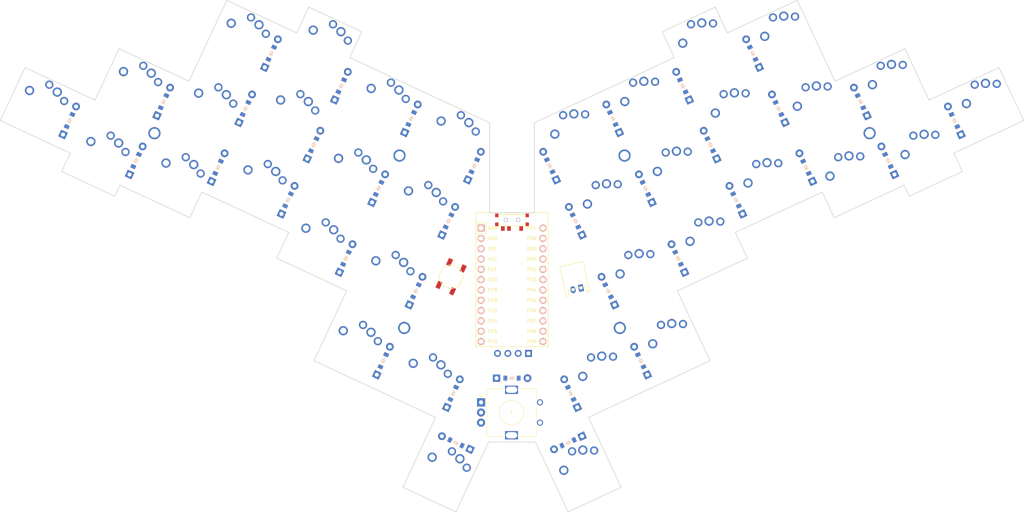
<source format=kicad_pcb>
(kicad_pcb (version 20171130) (host pcbnew 5.1.6)
  (title_block (title KEYBOARD_NAME_HERE) (rev VERSION_HERE) (company YOUR_NAME_HERE))
  (layers (0 F.Cu signal) (31 B.Cu signal) (34 B.Paste user) (35 F.Paste user) (36 B.SilkS user) (37 F.SilkS user) (38 B.Mask user) (39 F.Mask user) (44 Edge.Cuts user))
  (net 0 "")
  (net 1 "pinky_bottom")
  (net 2 "P9")
  (net 3 "P18")
  (net 4 "pinky_home")
  (net 5 "P19")
  (net 6 "pinky_top")
  (net 7 "P20")
  (net 8 "ring_bottom")
  (net 9 "P10")
  (net 10 "ring_home")
  (net 11 "ring_top")
  (net 12 "middle_bottom")
  (net 13 "P8")
  (net 14 "middle_home")
  (net 15 "middle_top")
  (net 16 "index_bottom")
  (net 17 "P16")
  (net 18 "index_home")
  (net 19 "index_top")
  (net 20 "inner_bottom")
  (net 21 "P7")
  (net 22 "inner_home")
  (net 23 "inner_top")
  (net 24 "near_thumb")
  (net 25 "P14")
  (net 26 "home_thumb")
  (net 27 "far_thumb")
  (net 28 "mirror_pinky_bottom")
  (net 29 "P4")
  (net 30 "mirror_pinky_home")
  (net 31 "P5")
  (net 32 "mirror_pinky_top")
  (net 33 "P6")
  (net 34 "mirror_ring_bottom")
  (net 35 "mirror_ring_home")
  (net 36 "mirror_ring_top")
  (net 37 "mirror_middle_bottom")
  (net 38 "mirror_middle_home")
  (net 39 "mirror_middle_top")
  (net 40 "mirror_index_bottom")
  (net 41 "mirror_index_home")
  (net 42 "mirror_index_top")
  (net 43 "mirror_inner_bottom")
  (net 44 "mirror_inner_home")
  (net 45 "mirror_inner_top")
  (net 46 "mirror_near_thumb")
  (net 47 "mirror_home_thumb")
  (net 48 "mirror_far_thumb")
  (net 49 "RAW")
  (net 50 "GND")
  (net 51 "RST")
  (net 52 "VCC")
  (net 53 "P21")
  (net 54 "P15")
  (net 55 "P1")
  (net 56 "P0")
  (net 57 "P2")
  (net 58 "P3")
  (net 59 "rotary_diode")
  (net 60 "slider_positive")
  (module MX (layer F.Cu) (at -7.0770097 -29.7811339 -25)
    (fp_text reference "S1" hide)
    (fp_text value "" hide)
    (pad "" np_thru_hole circle (at 0 0) (size 3.9878 3.9878) (drill 3.9878) (layers *.Cu *.Mask))
    (pad "" np_thru_hole circle (at 5.08 0) (size 1.7018 1.7018) (drill 1.7018) (layers *.Cu *.Mask))
    (pad "" np_thru_hole circle (at -5.08 0) (size 1.7018 1.7018) (drill 1.7018) (layers *.Cu *.Mask))
    (pad 1 thru_hole circle (at 2.54 -5.08) (size 2.286 2.286) (drill 1.4986) (layers *.Cu *.Mask) (net 1 "pinky_bottom"))
    (pad 2 thru_hole circle (at -3.81 -2.54) (size 2.286 2.286) (drill 1.4986) (layers *.Cu *.Mask) (net 2 "P9"))
  )
  (module PG1350 (layer F.Cu) (at -7.0770097 -29.7811339 -25)
    (fp_text reference "S2" hide)
    (fp_text value "" hide)
    (pad "" np_thru_hole circle (at 0 0) (size 3.429 3.429) (drill 3.429) (layers *.Cu *.Mask))
    (pad "" np_thru_hole circle (at 5.5 0) (size 1.7018 1.7018) (drill 1.7018) (layers *.Cu *.Mask))
    (pad "" np_thru_hole circle (at -5.5 0) (size 1.7018 1.7018) (drill 1.7018) (layers *.Cu *.Mask))
    (pad 1 thru_hole circle (at 5 -3.8) (size 2.032 2.032) (drill 1.27) (layers *.Cu *.Mask) (net 1 "pinky_bottom"))
    (pad 2 thru_hole circle (at 0 -5.9) (size 2.032 2.032) (drill 1.27) (layers *.Cu *.Mask) (net 2 "P9"))
  )
  (module ComboDiode (layer F.Cu) (at 0.4000295000000005 -26.2945332 65)
    (fp_text reference "D1" hide)
    (fp_text value "" hide)
    (pad 1 smd rect (at -1.65 0 65) (size 0.9 1.2) (layers F.Cu F.Paste F.Mask) (net 3 "P18"))
    (pad 2 smd rect (at 1.65 0 65) (size 0.9 1.2) (layers B.Cu B.Paste B.Mask) (net 1 "pinky_bottom"))
    (pad 1 smd rect (at -1.65 0 65) (size 0.9 1.2) (layers B.Cu B.Paste B.Mask) (net 3 "P18"))
    (pad 2 smd rect (at 1.65 0 65) (size 0.9 1.2) (layers F.Cu F.Paste F.Mask) (net 1 "pinky_bottom"))
    (pad 1 thru_hole circle (at 3.81 0 65) (size 1.905 1.905) (drill 0.9906) (layers *.Cu *.Mask) (net 1 "pinky_bottom"))
    (pad 2 thru_hole rect (at -3.81 0 65) (size 1.778 1.778) (drill 0.9906) (layers *.Cu *.Mask) (net 3 "P18"))
  )
  (module MX (layer F.Cu) (at 8.029747 -17.219848 -25)
    (fp_text reference "S3" hide)
    (fp_text value "" hide)
    (pad "" np_thru_hole circle (at 0 0) (size 3.9878 3.9878) (drill 3.9878) (layers *.Cu *.Mask))
    (pad "" np_thru_hole circle (at 5.08 0) (size 1.7018 1.7018) (drill 1.7018) (layers *.Cu *.Mask))
    (pad "" np_thru_hole circle (at -5.08 0) (size 1.7018 1.7018) (drill 1.7018) (layers *.Cu *.Mask))
    (pad 1 thru_hole circle (at 2.54 -5.08) (size 2.286 2.286) (drill 1.4986) (layers *.Cu *.Mask) (net 4 "pinky_home"))
    (pad 2 thru_hole circle (at -3.81 -2.54) (size 2.286 2.286) (drill 1.4986) (layers *.Cu *.Mask) (net 2 "P9"))
  )
  (module PG1350 (layer F.Cu) (at 8.029747 -17.219848 -25)
    (fp_text reference "S4" hide)
    (fp_text value "" hide)
    (pad "" np_thru_hole circle (at 0 0) (size 3.429 3.429) (drill 3.429) (layers *.Cu *.Mask))
    (pad "" np_thru_hole circle (at 5.5 0) (size 1.7018 1.7018) (drill 1.7018) (layers *.Cu *.Mask))
    (pad "" np_thru_hole circle (at -5.5 0) (size 1.7018 1.7018) (drill 1.7018) (layers *.Cu *.Mask))
    (pad 1 thru_hole circle (at 5 -3.8) (size 2.032 2.032) (drill 1.27) (layers *.Cu *.Mask) (net 4 "pinky_home"))
    (pad 2 thru_hole circle (at 0 -5.9) (size 2.032 2.032) (drill 1.27) (layers *.Cu *.Mask) (net 2 "P9"))
  )
  (module ComboDiode (layer F.Cu) (at 16.774641000000003 -16.4521707 65)
    (fp_text reference "D2" hide)
    (fp_text value "" hide)
    (pad 1 smd rect (at -1.65 0 65) (size 0.9 1.2) (layers F.Cu F.Paste F.Mask) (net 5 "P19"))
    (pad 2 smd rect (at 1.65 0 65) (size 0.9 1.2) (layers B.Cu B.Paste B.Mask) (net 4 "pinky_home"))
    (pad 1 smd rect (at -1.65 0 65) (size 0.9 1.2) (layers B.Cu B.Paste B.Mask) (net 5 "P19"))
    (pad 2 smd rect (at 1.65 0 65) (size 0.9 1.2) (layers F.Cu F.Paste F.Mask) (net 4 "pinky_home"))
    (pad 1 thru_hole circle (at 3.81 0 65) (size 1.905 1.905) (drill 0.9906) (layers *.Cu *.Mask) (net 4 "pinky_home"))
    (pad 2 thru_hole rect (at -3.81 0 65) (size 1.778 1.778) (drill 0.9906) (layers *.Cu *.Mask) (net 5 "P19"))
  )
  (module MX (layer F.Cu) (at 16.0594939 -34.4396959 -25)
    (fp_text reference "S5" hide)
    (fp_text value "" hide)
    (pad "" np_thru_hole circle (at 0 0) (size 3.9878 3.9878) (drill 3.9878) (layers *.Cu *.Mask))
    (pad "" np_thru_hole circle (at 5.08 0) (size 1.7018 1.7018) (drill 1.7018) (layers *.Cu *.Mask))
    (pad "" np_thru_hole circle (at -5.08 0) (size 1.7018 1.7018) (drill 1.7018) (layers *.Cu *.Mask))
    (pad 1 thru_hole circle (at 2.54 -5.08) (size 2.286 2.286) (drill 1.4986) (layers *.Cu *.Mask) (net 6 "pinky_top"))
    (pad 2 thru_hole circle (at -3.81 -2.54) (size 2.286 2.286) (drill 1.4986) (layers *.Cu *.Mask) (net 2 "P9"))
  )
  (module PG1350 (layer F.Cu) (at 16.0594939 -34.4396959 -25)
    (fp_text reference "S6" hide)
    (fp_text value "" hide)
    (pad "" np_thru_hole circle (at 0 0) (size 3.429 3.429) (drill 3.429) (layers *.Cu *.Mask))
    (pad "" np_thru_hole circle (at 5.5 0) (size 1.7018 1.7018) (drill 1.7018) (layers *.Cu *.Mask))
    (pad "" np_thru_hole circle (at -5.5 0) (size 1.7018 1.7018) (drill 1.7018) (layers *.Cu *.Mask))
    (pad 1 thru_hole circle (at 5 -3.8) (size 2.032 2.032) (drill 1.27) (layers *.Cu *.Mask) (net 6 "pinky_top"))
    (pad 2 thru_hole circle (at 0 -5.9) (size 2.032 2.032) (drill 1.27) (layers *.Cu *.Mask) (net 2 "P9"))
  )
  (module ComboDiode (layer F.Cu) (at 23.5365331 -30.953095199999996 65)
    (fp_text reference "D3" hide)
    (fp_text value "" hide)
    (pad 1 smd rect (at -1.65 0 65) (size 0.9 1.2) (layers F.Cu F.Paste F.Mask) (net 7 "P20"))
    (pad 2 smd rect (at 1.65 0 65) (size 0.9 1.2) (layers B.Cu B.Paste B.Mask) (net 6 "pinky_top"))
    (pad 1 smd rect (at -1.65 0 65) (size 0.9 1.2) (layers B.Cu B.Paste B.Mask) (net 7 "P20"))
    (pad 2 smd rect (at 1.65 0 65) (size 0.9 1.2) (layers F.Cu F.Paste F.Mask) (net 6 "pinky_top"))
    (pad 1 thru_hole circle (at 3.81 0 65) (size 1.905 1.905) (drill 0.9906) (layers *.Cu *.Mask) (net 6 "pinky_top"))
    (pad 2 thru_hole rect (at -3.81 0 65) (size 1.778 1.778) (drill 0.9906) (layers *.Cu *.Mask) (net 7 "P20"))
  )
  (module MX (layer F.Cu) (at 26.5174497 -11.9090243 -25)
    (fp_text reference "S7" hide)
    (fp_text value "" hide)
    (pad "" np_thru_hole circle (at 0 0) (size 3.9878 3.9878) (drill 3.9878) (layers *.Cu *.Mask))
    (pad "" np_thru_hole circle (at 5.08 0) (size 1.7018 1.7018) (drill 1.7018) (layers *.Cu *.Mask))
    (pad "" np_thru_hole circle (at -5.08 0) (size 1.7018 1.7018) (drill 1.7018) (layers *.Cu *.Mask))
    (pad 1 thru_hole circle (at 2.54 -5.08) (size 2.286 2.286) (drill 1.4986) (layers *.Cu *.Mask) (net 8 "ring_bottom"))
    (pad 2 thru_hole circle (at -3.81 -2.54) (size 2.286 2.286) (drill 1.4986) (layers *.Cu *.Mask) (net 9 "P10"))
  )
  (module PG1350 (layer F.Cu) (at 26.5174497 -11.9090243 -25)
    (fp_text reference "S8" hide)
    (fp_text value "" hide)
    (pad "" np_thru_hole circle (at 0 0) (size 3.429 3.429) (drill 3.429) (layers *.Cu *.Mask))
    (pad "" np_thru_hole circle (at 5.5 0) (size 1.7018 1.7018) (drill 1.7018) (layers *.Cu *.Mask))
    (pad "" np_thru_hole circle (at -5.5 0) (size 1.7018 1.7018) (drill 1.7018) (layers *.Cu *.Mask))
    (pad 1 thru_hole circle (at 5 -3.8) (size 2.032 2.032) (drill 1.27) (layers *.Cu *.Mask) (net 8 "ring_bottom"))
    (pad 2 thru_hole circle (at 0 -5.9) (size 2.032 2.032) (drill 1.27) (layers *.Cu *.Mask) (net 9 "P10"))
  )
  (module ComboDiode (layer F.Cu) (at 36.9528168 -14.7665781 65)
    (fp_text reference "D4" hide)
    (fp_text value "" hide)
    (pad 1 smd rect (at -1.65 0 65) (size 0.9 1.2) (layers F.Cu F.Paste F.Mask) (net 3 "P18"))
    (pad 2 smd rect (at 1.65 0 65) (size 0.9 1.2) (layers B.Cu B.Paste B.Mask) (net 8 "ring_bottom"))
    (pad 1 smd rect (at -1.65 0 65) (size 0.9 1.2) (layers B.Cu B.Paste B.Mask) (net 3 "P18"))
    (pad 2 smd rect (at 1.65 0 65) (size 0.9 1.2) (layers F.Cu F.Paste F.Mask) (net 8 "ring_bottom"))
    (pad 1 thru_hole circle (at 3.81 0 65) (size 1.905 1.905) (drill 0.9906) (layers *.Cu *.Mask) (net 8 "ring_bottom"))
    (pad 2 thru_hole rect (at -3.81 0 65) (size 1.778 1.778) (drill 0.9906) (layers *.Cu *.Mask) (net 3 "P18"))
  )
  (module MX (layer F.Cu) (at 34.5471967 -29.1288723 -25)
    (fp_text reference "S9" hide)
    (fp_text value "" hide)
    (pad "" np_thru_hole circle (at 0 0) (size 3.9878 3.9878) (drill 3.9878) (layers *.Cu *.Mask))
    (pad "" np_thru_hole circle (at 5.08 0) (size 1.7018 1.7018) (drill 1.7018) (layers *.Cu *.Mask))
    (pad "" np_thru_hole circle (at -5.08 0) (size 1.7018 1.7018) (drill 1.7018) (layers *.Cu *.Mask))
    (pad 1 thru_hole circle (at 2.54 -5.08) (size 2.286 2.286) (drill 1.4986) (layers *.Cu *.Mask) (net 10 "ring_home"))
    (pad 2 thru_hole circle (at -3.81 -2.54) (size 2.286 2.286) (drill 1.4986) (layers *.Cu *.Mask) (net 9 "P10"))
  )
  (module PG1350 (layer F.Cu) (at 34.5471967 -29.1288723 -25)
    (fp_text reference "S10" hide)
    (fp_text value "" hide)
    (pad "" np_thru_hole circle (at 0 0) (size 3.429 3.429) (drill 3.429) (layers *.Cu *.Mask))
    (pad "" np_thru_hole circle (at 5.5 0) (size 1.7018 1.7018) (drill 1.7018) (layers *.Cu *.Mask))
    (pad "" np_thru_hole circle (at -5.5 0) (size 1.7018 1.7018) (drill 1.7018) (layers *.Cu *.Mask))
    (pad 1 thru_hole circle (at 5 -3.8) (size 2.032 2.032) (drill 1.27) (layers *.Cu *.Mask) (net 10 "ring_home"))
    (pad 2 thru_hole circle (at 0 -5.9) (size 2.032 2.032) (drill 1.27) (layers *.Cu *.Mask) (net 9 "P10"))
  )
  (module ComboDiode (layer F.Cu) (at 43.714709 -29.267502800000003 65)
    (fp_text reference "D5" hide)
    (fp_text value "" hide)
    (pad 1 smd rect (at -1.65 0 65) (size 0.9 1.2) (layers F.Cu F.Paste F.Mask) (net 5 "P19"))
    (pad 2 smd rect (at 1.65 0 65) (size 0.9 1.2) (layers B.Cu B.Paste B.Mask) (net 10 "ring_home"))
    (pad 1 smd rect (at -1.65 0 65) (size 0.9 1.2) (layers B.Cu B.Paste B.Mask) (net 5 "P19"))
    (pad 2 smd rect (at 1.65 0 65) (size 0.9 1.2) (layers F.Cu F.Paste F.Mask) (net 10 "ring_home"))
    (pad 1 thru_hole circle (at 3.81 0 65) (size 1.905 1.905) (drill 0.9906) (layers *.Cu *.Mask) (net 10 "ring_home"))
    (pad 2 thru_hole rect (at -3.81 0 65) (size 1.778 1.778) (drill 0.9906) (layers *.Cu *.Mask) (net 5 "P19"))
  )
  (module MX (layer F.Cu) (at 42.5769437 -46.3487202 -25)
    (fp_text reference "S11" hide)
    (fp_text value "" hide)
    (pad "" np_thru_hole circle (at 0 0) (size 3.9878 3.9878) (drill 3.9878) (layers *.Cu *.Mask))
    (pad "" np_thru_hole circle (at 5.08 0) (size 1.7018 1.7018) (drill 1.7018) (layers *.Cu *.Mask))
    (pad "" np_thru_hole circle (at -5.08 0) (size 1.7018 1.7018) (drill 1.7018) (layers *.Cu *.Mask))
    (pad 1 thru_hole circle (at 2.54 -5.08) (size 2.286 2.286) (drill 1.4986) (layers *.Cu *.Mask) (net 11 "ring_top"))
    (pad 2 thru_hole circle (at -3.81 -2.54) (size 2.286 2.286) (drill 1.4986) (layers *.Cu *.Mask) (net 9 "P10"))
  )
  (module PG1350 (layer F.Cu) (at 42.5769437 -46.3487202 -25)
    (fp_text reference "S12" hide)
    (fp_text value "" hide)
    (pad "" np_thru_hole circle (at 0 0) (size 3.429 3.429) (drill 3.429) (layers *.Cu *.Mask))
    (pad "" np_thru_hole circle (at 5.5 0) (size 1.7018 1.7018) (drill 1.7018) (layers *.Cu *.Mask))
    (pad "" np_thru_hole circle (at -5.5 0) (size 1.7018 1.7018) (drill 1.7018) (layers *.Cu *.Mask))
    (pad 1 thru_hole circle (at 5 -3.8) (size 2.032 2.032) (drill 1.27) (layers *.Cu *.Mask) (net 11 "ring_top"))
    (pad 2 thru_hole circle (at 0 -5.9) (size 2.032 2.032) (drill 1.27) (layers *.Cu *.Mask) (net 9 "P10"))
  )
  (module ComboDiode (layer F.Cu) (at 50.0539829 -42.862119500000006 65)
    (fp_text reference "D6" hide)
    (fp_text value "" hide)
    (pad 1 smd rect (at -1.65 0 65) (size 0.9 1.2) (layers F.Cu F.Paste F.Mask) (net 7 "P20"))
    (pad 2 smd rect (at 1.65 0 65) (size 0.9 1.2) (layers B.Cu B.Paste B.Mask) (net 11 "ring_top"))
    (pad 1 smd rect (at -1.65 0 65) (size 0.9 1.2) (layers B.Cu B.Paste B.Mask) (net 7 "P20"))
    (pad 2 smd rect (at 1.65 0 65) (size 0.9 1.2) (layers F.Cu F.Paste F.Mask) (net 11 "ring_top"))
    (pad 1 thru_hole circle (at 3.81 0 65) (size 1.905 1.905) (drill 0.9906) (layers *.Cu *.Mask) (net 11 "ring_top"))
    (pad 2 thru_hole rect (at -3.81 0 65) (size 1.778 1.778) (drill 0.9906) (layers *.Cu *.Mask) (net 7 "P20"))
  )
  (module MX (layer F.Cu) (at 46.6956255 -10.2234319 -25)
    (fp_text reference "S13" hide)
    (fp_text value "" hide)
    (pad "" np_thru_hole circle (at 0 0) (size 3.9878 3.9878) (drill 3.9878) (layers *.Cu *.Mask))
    (pad "" np_thru_hole circle (at 5.08 0) (size 1.7018 1.7018) (drill 1.7018) (layers *.Cu *.Mask))
    (pad "" np_thru_hole circle (at -5.08 0) (size 1.7018 1.7018) (drill 1.7018) (layers *.Cu *.Mask))
    (pad 1 thru_hole circle (at 2.54 -5.08) (size 2.286 2.286) (drill 1.4986) (layers *.Cu *.Mask) (net 12 "middle_bottom"))
    (pad 2 thru_hole circle (at -3.81 -2.54) (size 2.286 2.286) (drill 1.4986) (layers *.Cu *.Mask) (net 13 "P8"))
  )
  (module PG1350 (layer F.Cu) (at 46.6956255 -10.2234319 -25)
    (fp_text reference "S14" hide)
    (fp_text value "" hide)
    (pad "" np_thru_hole circle (at 0 0) (size 3.429 3.429) (drill 3.429) (layers *.Cu *.Mask))
    (pad "" np_thru_hole circle (at 5.5 0) (size 1.7018 1.7018) (drill 1.7018) (layers *.Cu *.Mask))
    (pad "" np_thru_hole circle (at -5.5 0) (size 1.7018 1.7018) (drill 1.7018) (layers *.Cu *.Mask))
    (pad 1 thru_hole circle (at 5 -3.8) (size 2.032 2.032) (drill 1.27) (layers *.Cu *.Mask) (net 12 "middle_bottom"))
    (pad 2 thru_hole circle (at 0 -5.9) (size 2.032 2.032) (drill 1.27) (layers *.Cu *.Mask) (net 13 "P8"))
  )
  (module ComboDiode (layer F.Cu) (at 54.1726647 -6.736831199999999 65)
    (fp_text reference "D7" hide)
    (fp_text value "" hide)
    (pad 1 smd rect (at -1.65 0 65) (size 0.9 1.2) (layers F.Cu F.Paste F.Mask) (net 3 "P18"))
    (pad 2 smd rect (at 1.65 0 65) (size 0.9 1.2) (layers B.Cu B.Paste B.Mask) (net 12 "middle_bottom"))
    (pad 1 smd rect (at -1.65 0 65) (size 0.9 1.2) (layers B.Cu B.Paste B.Mask) (net 3 "P18"))
    (pad 2 smd rect (at 1.65 0 65) (size 0.9 1.2) (layers F.Cu F.Paste F.Mask) (net 12 "middle_bottom"))
    (pad 1 thru_hole circle (at 3.81 0 65) (size 1.905 1.905) (drill 0.9906) (layers *.Cu *.Mask) (net 12 "middle_bottom"))
    (pad 2 thru_hole rect (at -3.81 0 65) (size 1.778 1.778) (drill 0.9906) (layers *.Cu *.Mask) (net 3 "P18"))
  )
  (module MX (layer F.Cu) (at 54.7253725 -27.4432798 -25)
    (fp_text reference "S15" hide)
    (fp_text value "" hide)
    (pad "" np_thru_hole circle (at 0 0) (size 3.9878 3.9878) (drill 3.9878) (layers *.Cu *.Mask))
    (pad "" np_thru_hole circle (at 5.08 0) (size 1.7018 1.7018) (drill 1.7018) (layers *.Cu *.Mask))
    (pad "" np_thru_hole circle (at -5.08 0) (size 1.7018 1.7018) (drill 1.7018) (layers *.Cu *.Mask))
    (pad 1 thru_hole circle (at 2.54 -5.08) (size 2.286 2.286) (drill 1.4986) (layers *.Cu *.Mask) (net 14 "middle_home"))
    (pad 2 thru_hole circle (at -3.81 -2.54) (size 2.286 2.286) (drill 1.4986) (layers *.Cu *.Mask) (net 13 "P8"))
  )
  (module PG1350 (layer F.Cu) (at 54.7253725 -27.4432798 -25)
    (fp_text reference "S16" hide)
    (fp_text value "" hide)
    (pad "" np_thru_hole circle (at 0 0) (size 3.429 3.429) (drill 3.429) (layers *.Cu *.Mask))
    (pad "" np_thru_hole circle (at 5.5 0) (size 1.7018 1.7018) (drill 1.7018) (layers *.Cu *.Mask))
    (pad "" np_thru_hole circle (at -5.5 0) (size 1.7018 1.7018) (drill 1.7018) (layers *.Cu *.Mask))
    (pad 1 thru_hole circle (at 5 -3.8) (size 2.032 2.032) (drill 1.27) (layers *.Cu *.Mask) (net 14 "middle_home"))
    (pad 2 thru_hole circle (at 0 -5.9) (size 2.032 2.032) (drill 1.27) (layers *.Cu *.Mask) (net 13 "P8"))
  )
  (module ComboDiode (layer F.Cu) (at 60.5119387 -20.331447999999998 65)
    (fp_text reference "D8" hide)
    (fp_text value "" hide)
    (pad 1 smd rect (at -1.65 0 65) (size 0.9 1.2) (layers F.Cu F.Paste F.Mask) (net 5 "P19"))
    (pad 2 smd rect (at 1.65 0 65) (size 0.9 1.2) (layers B.Cu B.Paste B.Mask) (net 14 "middle_home"))
    (pad 1 smd rect (at -1.65 0 65) (size 0.9 1.2) (layers B.Cu B.Paste B.Mask) (net 5 "P19"))
    (pad 2 smd rect (at 1.65 0 65) (size 0.9 1.2) (layers F.Cu F.Paste F.Mask) (net 14 "middle_home"))
    (pad 1 thru_hole circle (at 3.81 0 65) (size 1.905 1.905) (drill 0.9906) (layers *.Cu *.Mask) (net 14 "middle_home"))
    (pad 2 thru_hole rect (at -3.81 0 65) (size 1.778 1.778) (drill 0.9906) (layers *.Cu *.Mask) (net 5 "P19"))
  )
  (module MX (layer F.Cu) (at 62.7551194 -44.6631278 -25)
    (fp_text reference "S17" hide)
    (fp_text value "" hide)
    (pad "" np_thru_hole circle (at 0 0) (size 3.9878 3.9878) (drill 3.9878) (layers *.Cu *.Mask))
    (pad "" np_thru_hole circle (at 5.08 0) (size 1.7018 1.7018) (drill 1.7018) (layers *.Cu *.Mask))
    (pad "" np_thru_hole circle (at -5.08 0) (size 1.7018 1.7018) (drill 1.7018) (layers *.Cu *.Mask))
    (pad 1 thru_hole circle (at 2.54 -5.08) (size 2.286 2.286) (drill 1.4986) (layers *.Cu *.Mask) (net 15 "middle_top"))
    (pad 2 thru_hole circle (at -3.81 -2.54) (size 2.286 2.286) (drill 1.4986) (layers *.Cu *.Mask) (net 13 "P8"))
  )
  (module PG1350 (layer F.Cu) (at 62.7551194 -44.6631278 -25)
    (fp_text reference "S18" hide)
    (fp_text value "" hide)
    (pad "" np_thru_hole circle (at 0 0) (size 3.429 3.429) (drill 3.429) (layers *.Cu *.Mask))
    (pad "" np_thru_hole circle (at 5.5 0) (size 1.7018 1.7018) (drill 1.7018) (layers *.Cu *.Mask))
    (pad "" np_thru_hole circle (at -5.5 0) (size 1.7018 1.7018) (drill 1.7018) (layers *.Cu *.Mask))
    (pad 1 thru_hole circle (at 5 -3.8) (size 2.032 2.032) (drill 1.27) (layers *.Cu *.Mask) (net 15 "middle_top"))
    (pad 2 thru_hole circle (at 0 -5.9) (size 2.032 2.032) (drill 1.27) (layers *.Cu *.Mask) (net 13 "P8"))
  )
  (module ComboDiode (layer F.Cu) (at 67.2738308 -34.8323726 65)
    (fp_text reference "D9" hide)
    (fp_text value "" hide)
    (pad 1 smd rect (at -1.65 0 65) (size 0.9 1.2) (layers F.Cu F.Paste F.Mask) (net 7 "P20"))
    (pad 2 smd rect (at 1.65 0 65) (size 0.9 1.2) (layers B.Cu B.Paste B.Mask) (net 15 "middle_top"))
    (pad 1 smd rect (at -1.65 0 65) (size 0.9 1.2) (layers B.Cu B.Paste B.Mask) (net 7 "P20"))
    (pad 2 smd rect (at 1.65 0 65) (size 0.9 1.2) (layers F.Cu F.Paste F.Mask) (net 15 "middle_top"))
    (pad 1 thru_hole circle (at 3.81 0 65) (size 1.905 1.905) (drill 0.9906) (layers *.Cu *.Mask) (net 15 "middle_top"))
    (pad 2 thru_hole rect (at -3.81 0 65) (size 1.778 1.778) (drill 0.9906) (layers *.Cu *.Mask) (net 7 "P20"))
  )
  (module MX (layer F.Cu) (at 60.9571456 4.1504696 -25)
    (fp_text reference "S19" hide)
    (fp_text value "" hide)
    (pad "" np_thru_hole circle (at 0 0) (size 3.9878 3.9878) (drill 3.9878) (layers *.Cu *.Mask))
    (pad "" np_thru_hole circle (at 5.08 0) (size 1.7018 1.7018) (drill 1.7018) (layers *.Cu *.Mask))
    (pad "" np_thru_hole circle (at -5.08 0) (size 1.7018 1.7018) (drill 1.7018) (layers *.Cu *.Mask))
    (pad 1 thru_hole circle (at 2.54 -5.08) (size 2.286 2.286) (drill 1.4986) (layers *.Cu *.Mask) (net 16 "index_bottom"))
    (pad 2 thru_hole circle (at -3.81 -2.54) (size 2.286 2.286) (drill 1.4986) (layers *.Cu *.Mask) (net 17 "P16"))
  )
  (module PG1350 (layer F.Cu) (at 60.9571456 4.1504696 -25)
    (fp_text reference "S20" hide)
    (fp_text value "" hide)
    (pad "" np_thru_hole circle (at 0 0) (size 3.429 3.429) (drill 3.429) (layers *.Cu *.Mask))
    (pad "" np_thru_hole circle (at 5.5 0) (size 1.7018 1.7018) (drill 1.7018) (layers *.Cu *.Mask))
    (pad "" np_thru_hole circle (at -5.5 0) (size 1.7018 1.7018) (drill 1.7018) (layers *.Cu *.Mask))
    (pad 1 thru_hole circle (at 5 -3.8) (size 2.032 2.032) (drill 1.27) (layers *.Cu *.Mask) (net 16 "index_bottom"))
    (pad 2 thru_hole circle (at 0 -5.9) (size 2.032 2.032) (drill 1.27) (layers *.Cu *.Mask) (net 17 "P16"))
  )
  (module ComboDiode (layer F.Cu) (at 68.4341848 7.6370702999999995 65)
    (fp_text reference "D10" hide)
    (fp_text value "" hide)
    (pad 1 smd rect (at -1.65 0 65) (size 0.9 1.2) (layers F.Cu F.Paste F.Mask) (net 3 "P18"))
    (pad 2 smd rect (at 1.65 0 65) (size 0.9 1.2) (layers B.Cu B.Paste B.Mask) (net 16 "index_bottom"))
    (pad 1 smd rect (at -1.65 0 65) (size 0.9 1.2) (layers B.Cu B.Paste B.Mask) (net 3 "P18"))
    (pad 2 smd rect (at 1.65 0 65) (size 0.9 1.2) (layers F.Cu F.Paste F.Mask) (net 16 "index_bottom"))
    (pad 1 thru_hole circle (at 3.81 0 65) (size 1.905 1.905) (drill 0.9906) (layers *.Cu *.Mask) (net 16 "index_bottom"))
    (pad 2 thru_hole rect (at -3.81 0 65) (size 1.778 1.778) (drill 0.9906) (layers *.Cu *.Mask) (net 3 "P18"))
  )
  (module MX (layer F.Cu) (at 68.9868926 -13.0693783 -25)
    (fp_text reference "S21" hide)
    (fp_text value "" hide)
    (pad "" np_thru_hole circle (at 0 0) (size 3.9878 3.9878) (drill 3.9878) (layers *.Cu *.Mask))
    (pad "" np_thru_hole circle (at 5.08 0) (size 1.7018 1.7018) (drill 1.7018) (layers *.Cu *.Mask))
    (pad "" np_thru_hole circle (at -5.08 0) (size 1.7018 1.7018) (drill 1.7018) (layers *.Cu *.Mask))
    (pad 1 thru_hole circle (at 2.54 -5.08) (size 2.286 2.286) (drill 1.4986) (layers *.Cu *.Mask) (net 18 "index_home"))
    (pad 2 thru_hole circle (at -3.81 -2.54) (size 2.286 2.286) (drill 1.4986) (layers *.Cu *.Mask) (net 17 "P16"))
  )
  (module PG1350 (layer F.Cu) (at 68.9868926 -13.0693783 -25)
    (fp_text reference "S22" hide)
    (fp_text value "" hide)
    (pad "" np_thru_hole circle (at 0 0) (size 3.429 3.429) (drill 3.429) (layers *.Cu *.Mask))
    (pad "" np_thru_hole circle (at 5.5 0) (size 1.7018 1.7018) (drill 1.7018) (layers *.Cu *.Mask))
    (pad "" np_thru_hole circle (at -5.5 0) (size 1.7018 1.7018) (drill 1.7018) (layers *.Cu *.Mask))
    (pad 1 thru_hole circle (at 5 -3.8) (size 2.032 2.032) (drill 1.27) (layers *.Cu *.Mask) (net 18 "index_home"))
    (pad 2 thru_hole circle (at 0 -5.9) (size 2.032 2.032) (drill 1.27) (layers *.Cu *.Mask) (net 17 "P16"))
  )
  (module ComboDiode (layer F.Cu) (at 76.46393180000001 -9.5827776 65)
    (fp_text reference "D11" hide)
    (fp_text value "" hide)
    (pad 1 smd rect (at -1.65 0 65) (size 0.9 1.2) (layers F.Cu F.Paste F.Mask) (net 5 "P19"))
    (pad 2 smd rect (at 1.65 0 65) (size 0.9 1.2) (layers B.Cu B.Paste B.Mask) (net 18 "index_home"))
    (pad 1 smd rect (at -1.65 0 65) (size 0.9 1.2) (layers B.Cu B.Paste B.Mask) (net 5 "P19"))
    (pad 2 smd rect (at 1.65 0 65) (size 0.9 1.2) (layers F.Cu F.Paste F.Mask) (net 18 "index_home"))
    (pad 1 thru_hole circle (at 3.81 0 65) (size 1.905 1.905) (drill 0.9906) (layers *.Cu *.Mask) (net 18 "index_home"))
    (pad 2 thru_hole rect (at -3.81 0 65) (size 1.778 1.778) (drill 0.9906) (layers *.Cu *.Mask) (net 5 "P19"))
  )
  (module MX (layer F.Cu) (at 77.0166396 -30.2892263 -25)
    (fp_text reference "S23" hide)
    (fp_text value "" hide)
    (pad "" np_thru_hole circle (at 0 0) (size 3.9878 3.9878) (drill 3.9878) (layers *.Cu *.Mask))
    (pad "" np_thru_hole circle (at 5.08 0) (size 1.7018 1.7018) (drill 1.7018) (layers *.Cu *.Mask))
    (pad "" np_thru_hole circle (at -5.08 0) (size 1.7018 1.7018) (drill 1.7018) (layers *.Cu *.Mask))
    (pad 1 thru_hole circle (at 2.54 -5.08) (size 2.286 2.286) (drill 1.4986) (layers *.Cu *.Mask) (net 19 "index_top"))
    (pad 2 thru_hole circle (at -3.81 -2.54) (size 2.286 2.286) (drill 1.4986) (layers *.Cu *.Mask) (net 17 "P16"))
  )
  (module PG1350 (layer F.Cu) (at 77.0166396 -30.2892263 -25)
    (fp_text reference "S24" hide)
    (fp_text value "" hide)
    (pad "" np_thru_hole circle (at 0 0) (size 3.429 3.429) (drill 3.429) (layers *.Cu *.Mask))
    (pad "" np_thru_hole circle (at 5.5 0) (size 1.7018 1.7018) (drill 1.7018) (layers *.Cu *.Mask))
    (pad "" np_thru_hole circle (at -5.5 0) (size 1.7018 1.7018) (drill 1.7018) (layers *.Cu *.Mask))
    (pad 1 thru_hole circle (at 5 -3.8) (size 2.032 2.032) (drill 1.27) (layers *.Cu *.Mask) (net 19 "index_top"))
    (pad 2 thru_hole circle (at 0 -5.9) (size 2.032 2.032) (drill 1.27) (layers *.Cu *.Mask) (net 17 "P16"))
  )
  (module ComboDiode (layer F.Cu) (at 84.4936788 -26.8026256 65)
    (fp_text reference "D12" hide)
    (fp_text value "" hide)
    (pad 1 smd rect (at -1.65 0 65) (size 0.9 1.2) (layers F.Cu F.Paste F.Mask) (net 7 "P20"))
    (pad 2 smd rect (at 1.65 0 65) (size 0.9 1.2) (layers B.Cu B.Paste B.Mask) (net 19 "index_top"))
    (pad 1 smd rect (at -1.65 0 65) (size 0.9 1.2) (layers B.Cu B.Paste B.Mask) (net 7 "P20"))
    (pad 2 smd rect (at 1.65 0 65) (size 0.9 1.2) (layers F.Cu F.Paste F.Mask) (net 19 "index_top"))
    (pad 1 thru_hole circle (at 3.81 0 65) (size 1.905 1.905) (drill 0.9906) (layers *.Cu *.Mask) (net 19 "index_top"))
    (pad 2 thru_hole rect (at -3.81 0 65) (size 1.778 1.778) (drill 0.9906) (layers *.Cu *.Mask) (net 7 "P20"))
  )
  (module MX (layer F.Cu) (at 78.1769936 12.1802166 -25)
    (fp_text reference "S25" hide)
    (fp_text value "" hide)
    (pad "" np_thru_hole circle (at 0 0) (size 3.9878 3.9878) (drill 3.9878) (layers *.Cu *.Mask))
    (pad "" np_thru_hole circle (at 5.08 0) (size 1.7018 1.7018) (drill 1.7018) (layers *.Cu *.Mask))
    (pad "" np_thru_hole circle (at -5.08 0) (size 1.7018 1.7018) (drill 1.7018) (layers *.Cu *.Mask))
    (pad 1 thru_hole circle (at 2.54 -5.08) (size 2.286 2.286) (drill 1.4986) (layers *.Cu *.Mask) (net 20 "inner_bottom"))
    (pad 2 thru_hole circle (at -3.81 -2.54) (size 2.286 2.286) (drill 1.4986) (layers *.Cu *.Mask) (net 21 "P7"))
  )
  (module PG1350 (layer F.Cu) (at 78.1769936 12.1802166 -25)
    (fp_text reference "S26" hide)
    (fp_text value "" hide)
    (pad "" np_thru_hole circle (at 0 0) (size 3.429 3.429) (drill 3.429) (layers *.Cu *.Mask))
    (pad "" np_thru_hole circle (at 5.5 0) (size 1.7018 1.7018) (drill 1.7018) (layers *.Cu *.Mask))
    (pad "" np_thru_hole circle (at -5.5 0) (size 1.7018 1.7018) (drill 1.7018) (layers *.Cu *.Mask))
    (pad 1 thru_hole circle (at 5 -3.8) (size 2.032 2.032) (drill 1.27) (layers *.Cu *.Mask) (net 20 "inner_bottom"))
    (pad 2 thru_hole circle (at 0 -5.9) (size 2.032 2.032) (drill 1.27) (layers *.Cu *.Mask) (net 21 "P7"))
  )
  (module ComboDiode (layer F.Cu) (at 85.65403280000001 15.6668173 65)
    (fp_text reference "D13" hide)
    (fp_text value "" hide)
    (pad 1 smd rect (at -1.65 0 65) (size 0.9 1.2) (layers F.Cu F.Paste F.Mask) (net 3 "P18"))
    (pad 2 smd rect (at 1.65 0 65) (size 0.9 1.2) (layers B.Cu B.Paste B.Mask) (net 20 "inner_bottom"))
    (pad 1 smd rect (at -1.65 0 65) (size 0.9 1.2) (layers B.Cu B.Paste B.Mask) (net 3 "P18"))
    (pad 2 smd rect (at 1.65 0 65) (size 0.9 1.2) (layers F.Cu F.Paste F.Mask) (net 20 "inner_bottom"))
    (pad 1 thru_hole circle (at 3.81 0 65) (size 1.905 1.905) (drill 0.9906) (layers *.Cu *.Mask) (net 20 "inner_bottom"))
    (pad 2 thru_hole rect (at -3.81 0 65) (size 1.778 1.778) (drill 0.9906) (layers *.Cu *.Mask) (net 3 "P18"))
  )
  (module MX (layer F.Cu) (at 86.2067405 -5.0396314 -25)
    (fp_text reference "S27" hide)
    (fp_text value "" hide)
    (pad "" np_thru_hole circle (at 0 0) (size 3.9878 3.9878) (drill 3.9878) (layers *.Cu *.Mask))
    (pad "" np_thru_hole circle (at 5.08 0) (size 1.7018 1.7018) (drill 1.7018) (layers *.Cu *.Mask))
    (pad "" np_thru_hole circle (at -5.08 0) (size 1.7018 1.7018) (drill 1.7018) (layers *.Cu *.Mask))
    (pad 1 thru_hole circle (at 2.54 -5.08) (size 2.286 2.286) (drill 1.4986) (layers *.Cu *.Mask) (net 22 "inner_home"))
    (pad 2 thru_hole circle (at -3.81 -2.54) (size 2.286 2.286) (drill 1.4986) (layers *.Cu *.Mask) (net 21 "P7"))
  )
  (module PG1350 (layer F.Cu) (at 86.2067405 -5.0396314 -25)
    (fp_text reference "S28" hide)
    (fp_text value "" hide)
    (pad "" np_thru_hole circle (at 0 0) (size 3.429 3.429) (drill 3.429) (layers *.Cu *.Mask))
    (pad "" np_thru_hole circle (at 5.5 0) (size 1.7018 1.7018) (drill 1.7018) (layers *.Cu *.Mask))
    (pad "" np_thru_hole circle (at -5.5 0) (size 1.7018 1.7018) (drill 1.7018) (layers *.Cu *.Mask))
    (pad 1 thru_hole circle (at 5 -3.8) (size 2.032 2.032) (drill 1.27) (layers *.Cu *.Mask) (net 22 "inner_home"))
    (pad 2 thru_hole circle (at 0 -5.9) (size 2.032 2.032) (drill 1.27) (layers *.Cu *.Mask) (net 21 "P7"))
  )
  (module ComboDiode (layer F.Cu) (at 93.6837797 -1.5530307000000003 65)
    (fp_text reference "D14" hide)
    (fp_text value "" hide)
    (pad 1 smd rect (at -1.65 0 65) (size 0.9 1.2) (layers F.Cu F.Paste F.Mask) (net 5 "P19"))
    (pad 2 smd rect (at 1.65 0 65) (size 0.9 1.2) (layers B.Cu B.Paste B.Mask) (net 22 "inner_home"))
    (pad 1 smd rect (at -1.65 0 65) (size 0.9 1.2) (layers B.Cu B.Paste B.Mask) (net 5 "P19"))
    (pad 2 smd rect (at 1.65 0 65) (size 0.9 1.2) (layers F.Cu F.Paste F.Mask) (net 22 "inner_home"))
    (pad 1 thru_hole circle (at 3.81 0 65) (size 1.905 1.905) (drill 0.9906) (layers *.Cu *.Mask) (net 22 "inner_home"))
    (pad 2 thru_hole rect (at -3.81 0 65) (size 1.778 1.778) (drill 0.9906) (layers *.Cu *.Mask) (net 5 "P19"))
  )
  (module MX (layer F.Cu) (at 94.2364875 -22.2594793 -25)
    (fp_text reference "S29" hide)
    (fp_text value "" hide)
    (pad "" np_thru_hole circle (at 0 0) (size 3.9878 3.9878) (drill 3.9878) (layers *.Cu *.Mask))
    (pad "" np_thru_hole circle (at 5.08 0) (size 1.7018 1.7018) (drill 1.7018) (layers *.Cu *.Mask))
    (pad "" np_thru_hole circle (at -5.08 0) (size 1.7018 1.7018) (drill 1.7018) (layers *.Cu *.Mask))
    (pad 1 thru_hole circle (at 2.54 -5.08) (size 2.286 2.286) (drill 1.4986) (layers *.Cu *.Mask) (net 23 "inner_top"))
    (pad 2 thru_hole circle (at -3.81 -2.54) (size 2.286 2.286) (drill 1.4986) (layers *.Cu *.Mask) (net 21 "P7"))
  )
  (module PG1350 (layer F.Cu) (at 94.2364875 -22.2594793 -25)
    (fp_text reference "S30" hide)
    (fp_text value "" hide)
    (pad "" np_thru_hole circle (at 0 0) (size 3.429 3.429) (drill 3.429) (layers *.Cu *.Mask))
    (pad "" np_thru_hole circle (at 5.5 0) (size 1.7018 1.7018) (drill 1.7018) (layers *.Cu *.Mask))
    (pad "" np_thru_hole circle (at -5.5 0) (size 1.7018 1.7018) (drill 1.7018) (layers *.Cu *.Mask))
    (pad 1 thru_hole circle (at 5 -3.8) (size 2.032 2.032) (drill 1.27) (layers *.Cu *.Mask) (net 23 "inner_top"))
    (pad 2 thru_hole circle (at 0 -5.9) (size 2.032 2.032) (drill 1.27) (layers *.Cu *.Mask) (net 21 "P7"))
  )
  (module ComboDiode (layer F.Cu) (at 100.02305369999999 -15.147647499999998 65)
    (fp_text reference "D15" hide)
    (fp_text value "" hide)
    (pad 1 smd rect (at -1.65 0 65) (size 0.9 1.2) (layers F.Cu F.Paste F.Mask) (net 7 "P20"))
    (pad 2 smd rect (at 1.65 0 65) (size 0.9 1.2) (layers B.Cu B.Paste B.Mask) (net 23 "inner_top"))
    (pad 1 smd rect (at -1.65 0 65) (size 0.9 1.2) (layers B.Cu B.Paste B.Mask) (net 7 "P20"))
    (pad 2 smd rect (at 1.65 0 65) (size 0.9 1.2) (layers F.Cu F.Paste F.Mask) (net 23 "inner_top"))
    (pad 1 thru_hole circle (at 3.81 0 65) (size 1.905 1.905) (drill 0.9906) (layers *.Cu *.Mask) (net 23 "inner_top"))
    (pad 2 thru_hole rect (at -3.81 0 65) (size 1.778 1.778) (drill 0.9906) (layers *.Cu *.Mask) (net 7 "P20"))
  )
  (module MX (layer F.Cu) (at 70.1472466 29.4000645 -25)
    (fp_text reference "S31" hide)
    (fp_text value "" hide)
    (pad "" np_thru_hole circle (at 0 0) (size 3.9878 3.9878) (drill 3.9878) (layers *.Cu *.Mask))
    (pad "" np_thru_hole circle (at 5.08 0) (size 1.7018 1.7018) (drill 1.7018) (layers *.Cu *.Mask))
    (pad "" np_thru_hole circle (at -5.08 0) (size 1.7018 1.7018) (drill 1.7018) (layers *.Cu *.Mask))
    (pad 1 thru_hole circle (at 2.54 -5.08) (size 2.286 2.286) (drill 1.4986) (layers *.Cu *.Mask) (net 24 "near_thumb"))
    (pad 2 thru_hole circle (at -3.81 -2.54) (size 2.286 2.286) (drill 1.4986) (layers *.Cu *.Mask) (net 25 "P14"))
  )
  (module PG1350 (layer F.Cu) (at 70.1472466 29.4000645 -25)
    (fp_text reference "S32" hide)
    (fp_text value "" hide)
    (pad "" np_thru_hole circle (at 0 0) (size 3.429 3.429) (drill 3.429) (layers *.Cu *.Mask))
    (pad "" np_thru_hole circle (at 5.5 0) (size 1.7018 1.7018) (drill 1.7018) (layers *.Cu *.Mask))
    (pad "" np_thru_hole circle (at -5.5 0) (size 1.7018 1.7018) (drill 1.7018) (layers *.Cu *.Mask))
    (pad 1 thru_hole circle (at 5 -3.8) (size 2.032 2.032) (drill 1.27) (layers *.Cu *.Mask) (net 24 "near_thumb"))
    (pad 2 thru_hole circle (at 0 -5.9) (size 2.032 2.032) (drill 1.27) (layers *.Cu *.Mask) (net 25 "P14"))
  )
  (module ComboDiode (layer F.Cu) (at 77.6242858 32.886665199999996 65)
    (fp_text reference "D16" hide)
    (fp_text value "" hide)
    (pad 1 smd rect (at -1.65 0 65) (size 0.9 1.2) (layers F.Cu F.Paste F.Mask) (net 7 "P20"))
    (pad 2 smd rect (at 1.65 0 65) (size 0.9 1.2) (layers B.Cu B.Paste B.Mask) (net 24 "near_thumb"))
    (pad 1 smd rect (at -1.65 0 65) (size 0.9 1.2) (layers B.Cu B.Paste B.Mask) (net 7 "P20"))
    (pad 2 smd rect (at 1.65 0 65) (size 0.9 1.2) (layers F.Cu F.Paste F.Mask) (net 24 "near_thumb"))
    (pad 1 thru_hole circle (at 3.81 0 65) (size 1.905 1.905) (drill 0.9906) (layers *.Cu *.Mask) (net 24 "near_thumb"))
    (pad 2 thru_hole rect (at -3.81 0 65) (size 1.778 1.778) (drill 0.9906) (layers *.Cu *.Mask) (net 7 "P20"))
  )
  (module MX (layer F.Cu) (at 87.3670946 37.4298115 -25)
    (fp_text reference "S33" hide)
    (fp_text value "" hide)
    (pad "" np_thru_hole circle (at 0 0) (size 3.9878 3.9878) (drill 3.9878) (layers *.Cu *.Mask))
    (pad "" np_thru_hole circle (at 5.08 0) (size 1.7018 1.7018) (drill 1.7018) (layers *.Cu *.Mask))
    (pad "" np_thru_hole circle (at -5.08 0) (size 1.7018 1.7018) (drill 1.7018) (layers *.Cu *.Mask))
    (pad 1 thru_hole circle (at 2.54 -5.08) (size 2.286 2.286) (drill 1.4986) (layers *.Cu *.Mask) (net 26 "home_thumb"))
    (pad 2 thru_hole circle (at -3.81 -2.54) (size 2.286 2.286) (drill 1.4986) (layers *.Cu *.Mask) (net 25 "P14"))
  )
  (module PG1350 (layer F.Cu) (at 87.3670946 37.4298115 -25)
    (fp_text reference "S34" hide)
    (fp_text value "" hide)
    (pad "" np_thru_hole circle (at 0 0) (size 3.429 3.429) (drill 3.429) (layers *.Cu *.Mask))
    (pad "" np_thru_hole circle (at 5.5 0) (size 1.7018 1.7018) (drill 1.7018) (layers *.Cu *.Mask))
    (pad "" np_thru_hole circle (at -5.5 0) (size 1.7018 1.7018) (drill 1.7018) (layers *.Cu *.Mask))
    (pad 1 thru_hole circle (at 5 -3.8) (size 2.032 2.032) (drill 1.27) (layers *.Cu *.Mask) (net 26 "home_thumb"))
    (pad 2 thru_hole circle (at 0 -5.9) (size 2.032 2.032) (drill 1.27) (layers *.Cu *.Mask) (net 25 "P14"))
  )
  (module ComboDiode (layer F.Cu) (at 94.84413380000001 40.916412199999996 65)
    (fp_text reference "D17" hide)
    (fp_text value "" hide)
    (pad 1 smd rect (at -1.65 0 65) (size 0.9 1.2) (layers F.Cu F.Paste F.Mask) (net 5 "P19"))
    (pad 2 smd rect (at 1.65 0 65) (size 0.9 1.2) (layers B.Cu B.Paste B.Mask) (net 26 "home_thumb"))
    (pad 1 smd rect (at -1.65 0 65) (size 0.9 1.2) (layers B.Cu B.Paste B.Mask) (net 5 "P19"))
    (pad 2 smd rect (at 1.65 0 65) (size 0.9 1.2) (layers F.Cu F.Paste F.Mask) (net 26 "home_thumb"))
    (pad 1 thru_hole circle (at 3.81 0 65) (size 1.905 1.905) (drill 0.9906) (layers *.Cu *.Mask) (net 26 "home_thumb"))
    (pad 2 thru_hole rect (at -3.81 0 65) (size 1.778 1.778) (drill 0.9906) (layers *.Cu *.Mask) (net 5 "P19"))
  )
  (module MX (layer F.Cu) (at 92.0256566 60.5663151 -25)
    (fp_text reference "S35" hide)
    (fp_text value "" hide)
    (pad "" np_thru_hole circle (at 0 0) (size 3.9878 3.9878) (drill 3.9878) (layers *.Cu *.Mask))
    (pad "" np_thru_hole circle (at 5.08 0) (size 1.7018 1.7018) (drill 1.7018) (layers *.Cu *.Mask))
    (pad "" np_thru_hole circle (at -5.08 0) (size 1.7018 1.7018) (drill 1.7018) (layers *.Cu *.Mask))
    (pad 1 thru_hole circle (at 2.54 -5.08) (size 2.286 2.286) (drill 1.4986) (layers *.Cu *.Mask) (net 27 "far_thumb"))
    (pad 2 thru_hole circle (at -3.81 -2.54) (size 2.286 2.286) (drill 1.4986) (layers *.Cu *.Mask) (net 25 "P14"))
  )
  (module PG1350 (layer F.Cu) (at 92.0256566 60.5663151 -25)
    (fp_text reference "S36" hide)
    (fp_text value "" hide)
    (pad "" np_thru_hole circle (at 0 0) (size 3.429 3.429) (drill 3.429) (layers *.Cu *.Mask))
    (pad "" np_thru_hole circle (at 5.5 0) (size 1.7018 1.7018) (drill 1.7018) (layers *.Cu *.Mask))
    (pad "" np_thru_hole circle (at -5.5 0) (size 1.7018 1.7018) (drill 1.7018) (layers *.Cu *.Mask))
    (pad 1 thru_hole circle (at 5 -3.8) (size 2.032 2.032) (drill 1.27) (layers *.Cu *.Mask) (net 27 "far_thumb"))
    (pad 2 thru_hole circle (at 0 -5.9) (size 2.032 2.032) (drill 1.27) (layers *.Cu *.Mask) (net 25 "P14"))
  )
  (module ComboDiode (layer F.Cu) (at 95.5122573 53.0892759 155)
    (fp_text reference "D18" hide)
    (fp_text value "" hide)
    (pad 1 smd rect (at -1.65 0 155) (size 0.9 1.2) (layers F.Cu F.Paste F.Mask) (net 3 "P18"))
    (pad 2 smd rect (at 1.65 0 155) (size 0.9 1.2) (layers B.Cu B.Paste B.Mask) (net 27 "far_thumb"))
    (pad 1 smd rect (at -1.65 0 155) (size 0.9 1.2) (layers B.Cu B.Paste B.Mask) (net 3 "P18"))
    (pad 2 smd rect (at 1.65 0 155) (size 0.9 1.2) (layers F.Cu F.Paste F.Mask) (net 27 "far_thumb"))
    (pad 1 thru_hole circle (at 3.81 0 155) (size 1.905 1.905) (drill 0.9906) (layers *.Cu *.Mask) (net 27 "far_thumb"))
    (pad 2 thru_hole rect (at -3.81 0 155) (size 1.778 1.778) (drill 0.9906) (layers *.Cu *.Mask) (net 3 "P18"))
  )
  (module MX (layer F.Cu) (at 225.68651989999998 -29.7811339 25)
    (fp_text reference "S37" hide)
    (fp_text value "" hide)
    (pad "" np_thru_hole circle (at 0 0) (size 3.9878 3.9878) (drill 3.9878) (layers *.Cu *.Mask))
    (pad "" np_thru_hole circle (at 5.08 0) (size 1.7018 1.7018) (drill 1.7018) (layers *.Cu *.Mask))
    (pad "" np_thru_hole circle (at -5.08 0) (size 1.7018 1.7018) (drill 1.7018) (layers *.Cu *.Mask))
    (pad 1 thru_hole circle (at 2.54 -5.08) (size 2.286 2.286) (drill 1.4986) (layers *.Cu *.Mask) (net 2 "P9"))
    (pad 2 thru_hole circle (at -3.81 -2.54) (size 2.286 2.286) (drill 1.4986) (layers *.Cu *.Mask) (net 28 "mirror_pinky_bottom"))
  )
  (module PG1350 (layer F.Cu) (at 225.68651989999998 -29.7811339 25)
    (fp_text reference "S38" hide)
    (fp_text value "" hide)
    (pad "" np_thru_hole circle (at 0 0) (size 3.429 3.429) (drill 3.429) (layers *.Cu *.Mask))
    (pad "" np_thru_hole circle (at 5.5 0) (size 1.7018 1.7018) (drill 1.7018) (layers *.Cu *.Mask))
    (pad "" np_thru_hole circle (at -5.5 0) (size 1.7018 1.7018) (drill 1.7018) (layers *.Cu *.Mask))
    (pad 1 thru_hole circle (at 5 -3.8) (size 2.032 2.032) (drill 1.27) (layers *.Cu *.Mask) (net 2 "P9"))
    (pad 2 thru_hole circle (at 0 -5.9) (size 2.032 2.032) (drill 1.27) (layers *.Cu *.Mask) (net 28 "mirror_pinky_bottom"))
  )
  (module ComboDiode (layer F.Cu) (at 218.20948069999997 -26.2945332 115)
    (fp_text reference "D19" hide)
    (fp_text value "" hide)
    (pad 1 smd rect (at -1.65 0 115) (size 0.9 1.2) (layers F.Cu F.Paste F.Mask) (net 29 "P4"))
    (pad 2 smd rect (at 1.65 0 115) (size 0.9 1.2) (layers B.Cu B.Paste B.Mask) (net 28 "mirror_pinky_bottom"))
    (pad 1 smd rect (at -1.65 0 115) (size 0.9 1.2) (layers B.Cu B.Paste B.Mask) (net 29 "P4"))
    (pad 2 smd rect (at 1.65 0 115) (size 0.9 1.2) (layers F.Cu F.Paste F.Mask) (net 28 "mirror_pinky_bottom"))
    (pad 1 thru_hole circle (at 3.81 0 115) (size 1.905 1.905) (drill 0.9906) (layers *.Cu *.Mask) (net 28 "mirror_pinky_bottom"))
    (pad 2 thru_hole rect (at -3.81 0 115) (size 1.778 1.778) (drill 0.9906) (layers *.Cu *.Mask) (net 29 "P4"))
  )
  (module MX (layer F.Cu) (at 210.5797632 -17.219848 25)
    (fp_text reference "S39" hide)
    (fp_text value "" hide)
    (pad "" np_thru_hole circle (at 0 0) (size 3.9878 3.9878) (drill 3.9878) (layers *.Cu *.Mask))
    (pad "" np_thru_hole circle (at 5.08 0) (size 1.7018 1.7018) (drill 1.7018) (layers *.Cu *.Mask))
    (pad "" np_thru_hole circle (at -5.08 0) (size 1.7018 1.7018) (drill 1.7018) (layers *.Cu *.Mask))
    (pad 1 thru_hole circle (at 2.54 -5.08) (size 2.286 2.286) (drill 1.4986) (layers *.Cu *.Mask) (net 2 "P9"))
    (pad 2 thru_hole circle (at -3.81 -2.54) (size 2.286 2.286) (drill 1.4986) (layers *.Cu *.Mask) (net 30 "mirror_pinky_home"))
  )
  (module PG1350 (layer F.Cu) (at 210.5797632 -17.219848 25)
    (fp_text reference "S40" hide)
    (fp_text value "" hide)
    (pad "" np_thru_hole circle (at 0 0) (size 3.429 3.429) (drill 3.429) (layers *.Cu *.Mask))
    (pad "" np_thru_hole circle (at 5.5 0) (size 1.7018 1.7018) (drill 1.7018) (layers *.Cu *.Mask))
    (pad "" np_thru_hole circle (at -5.5 0) (size 1.7018 1.7018) (drill 1.7018) (layers *.Cu *.Mask))
    (pad 1 thru_hole circle (at 5 -3.8) (size 2.032 2.032) (drill 1.27) (layers *.Cu *.Mask) (net 2 "P9"))
    (pad 2 thru_hole circle (at 0 -5.9) (size 2.032 2.032) (drill 1.27) (layers *.Cu *.Mask) (net 30 "mirror_pinky_home"))
  )
  (module ComboDiode (layer F.Cu) (at 201.8348692 -16.4521707 115)
    (fp_text reference "D20" hide)
    (fp_text value "" hide)
    (pad 1 smd rect (at -1.65 0 115) (size 0.9 1.2) (layers F.Cu F.Paste F.Mask) (net 31 "P5"))
    (pad 2 smd rect (at 1.65 0 115) (size 0.9 1.2) (layers B.Cu B.Paste B.Mask) (net 30 "mirror_pinky_home"))
    (pad 1 smd rect (at -1.65 0 115) (size 0.9 1.2) (layers B.Cu B.Paste B.Mask) (net 31 "P5"))
    (pad 2 smd rect (at 1.65 0 115) (size 0.9 1.2) (layers F.Cu F.Paste F.Mask) (net 30 "mirror_pinky_home"))
    (pad 1 thru_hole circle (at 3.81 0 115) (size 1.905 1.905) (drill 0.9906) (layers *.Cu *.Mask) (net 30 "mirror_pinky_home"))
    (pad 2 thru_hole rect (at -3.81 0 115) (size 1.778 1.778) (drill 0.9906) (layers *.Cu *.Mask) (net 31 "P5"))
  )
  (module MX (layer F.Cu) (at 202.55001629999998 -34.4396959 25)
    (fp_text reference "S41" hide)
    (fp_text value "" hide)
    (pad "" np_thru_hole circle (at 0 0) (size 3.9878 3.9878) (drill 3.9878) (layers *.Cu *.Mask))
    (pad "" np_thru_hole circle (at 5.08 0) (size 1.7018 1.7018) (drill 1.7018) (layers *.Cu *.Mask))
    (pad "" np_thru_hole circle (at -5.08 0) (size 1.7018 1.7018) (drill 1.7018) (layers *.Cu *.Mask))
    (pad 1 thru_hole circle (at 2.54 -5.08) (size 2.286 2.286) (drill 1.4986) (layers *.Cu *.Mask) (net 2 "P9"))
    (pad 2 thru_hole circle (at -3.81 -2.54) (size 2.286 2.286) (drill 1.4986) (layers *.Cu *.Mask) (net 32 "mirror_pinky_top"))
  )
  (module PG1350 (layer F.Cu) (at 202.55001629999998 -34.4396959 25)
    (fp_text reference "S42" hide)
    (fp_text value "" hide)
    (pad "" np_thru_hole circle (at 0 0) (size 3.429 3.429) (drill 3.429) (layers *.Cu *.Mask))
    (pad "" np_thru_hole circle (at 5.5 0) (size 1.7018 1.7018) (drill 1.7018) (layers *.Cu *.Mask))
    (pad "" np_thru_hole circle (at -5.5 0) (size 1.7018 1.7018) (drill 1.7018) (layers *.Cu *.Mask))
    (pad 1 thru_hole circle (at 5 -3.8) (size 2.032 2.032) (drill 1.27) (layers *.Cu *.Mask) (net 2 "P9"))
    (pad 2 thru_hole circle (at 0 -5.9) (size 2.032 2.032) (drill 1.27) (layers *.Cu *.Mask) (net 32 "mirror_pinky_top"))
  )
  (module ComboDiode (layer F.Cu) (at 195.07297709999997 -30.953095199999996 115)
    (fp_text reference "D21" hide)
    (fp_text value "" hide)
    (pad 1 smd rect (at -1.65 0 115) (size 0.9 1.2) (layers F.Cu F.Paste F.Mask) (net 33 "P6"))
    (pad 2 smd rect (at 1.65 0 115) (size 0.9 1.2) (layers B.Cu B.Paste B.Mask) (net 32 "mirror_pinky_top"))
    (pad 1 smd rect (at -1.65 0 115) (size 0.9 1.2) (layers B.Cu B.Paste B.Mask) (net 33 "P6"))
    (pad 2 smd rect (at 1.65 0 115) (size 0.9 1.2) (layers F.Cu F.Paste F.Mask) (net 32 "mirror_pinky_top"))
    (pad 1 thru_hole circle (at 3.81 0 115) (size 1.905 1.905) (drill 0.9906) (layers *.Cu *.Mask) (net 32 "mirror_pinky_top"))
    (pad 2 thru_hole rect (at -3.81 0 115) (size 1.778 1.778) (drill 0.9906) (layers *.Cu *.Mask) (net 33 "P6"))
  )
  (module MX (layer F.Cu) (at 192.0920605 -11.9090243 25)
    (fp_text reference "S43" hide)
    (fp_text value "" hide)
    (pad "" np_thru_hole circle (at 0 0) (size 3.9878 3.9878) (drill 3.9878) (layers *.Cu *.Mask))
    (pad "" np_thru_hole circle (at 5.08 0) (size 1.7018 1.7018) (drill 1.7018) (layers *.Cu *.Mask))
    (pad "" np_thru_hole circle (at -5.08 0) (size 1.7018 1.7018) (drill 1.7018) (layers *.Cu *.Mask))
    (pad 1 thru_hole circle (at 2.54 -5.08) (size 2.286 2.286) (drill 1.4986) (layers *.Cu *.Mask) (net 9 "P10"))
    (pad 2 thru_hole circle (at -3.81 -2.54) (size 2.286 2.286) (drill 1.4986) (layers *.Cu *.Mask) (net 34 "mirror_ring_bottom"))
  )
  (module PG1350 (layer F.Cu) (at 192.0920605 -11.9090243 25)
    (fp_text reference "S44" hide)
    (fp_text value "" hide)
    (pad "" np_thru_hole circle (at 0 0) (size 3.429 3.429) (drill 3.429) (layers *.Cu *.Mask))
    (pad "" np_thru_hole circle (at 5.5 0) (size 1.7018 1.7018) (drill 1.7018) (layers *.Cu *.Mask))
    (pad "" np_thru_hole circle (at -5.5 0) (size 1.7018 1.7018) (drill 1.7018) (layers *.Cu *.Mask))
    (pad 1 thru_hole circle (at 5 -3.8) (size 2.032 2.032) (drill 1.27) (layers *.Cu *.Mask) (net 9 "P10"))
    (pad 2 thru_hole circle (at 0 -5.9) (size 2.032 2.032) (drill 1.27) (layers *.Cu *.Mask) (net 34 "mirror_ring_bottom"))
  )
  (module ComboDiode (layer F.Cu) (at 181.6566934 -14.7665781 115)
    (fp_text reference "D22" hide)
    (fp_text value "" hide)
    (pad 1 smd rect (at -1.65 0 115) (size 0.9 1.2) (layers F.Cu F.Paste F.Mask) (net 29 "P4"))
    (pad 2 smd rect (at 1.65 0 115) (size 0.9 1.2) (layers B.Cu B.Paste B.Mask) (net 34 "mirror_ring_bottom"))
    (pad 1 smd rect (at -1.65 0 115) (size 0.9 1.2) (layers B.Cu B.Paste B.Mask) (net 29 "P4"))
    (pad 2 smd rect (at 1.65 0 115) (size 0.9 1.2) (layers F.Cu F.Paste F.Mask) (net 34 "mirror_ring_bottom"))
    (pad 1 thru_hole circle (at 3.81 0 115) (size 1.905 1.905) (drill 0.9906) (layers *.Cu *.Mask) (net 34 "mirror_ring_bottom"))
    (pad 2 thru_hole rect (at -3.81 0 115) (size 1.778 1.778) (drill 0.9906) (layers *.Cu *.Mask) (net 29 "P4"))
  )
  (module MX (layer F.Cu) (at 184.0623135 -29.1288723 25)
    (fp_text reference "S45" hide)
    (fp_text value "" hide)
    (pad "" np_thru_hole circle (at 0 0) (size 3.9878 3.9878) (drill 3.9878) (layers *.Cu *.Mask))
    (pad "" np_thru_hole circle (at 5.08 0) (size 1.7018 1.7018) (drill 1.7018) (layers *.Cu *.Mask))
    (pad "" np_thru_hole circle (at -5.08 0) (size 1.7018 1.7018) (drill 1.7018) (layers *.Cu *.Mask))
    (pad 1 thru_hole circle (at 2.54 -5.08) (size 2.286 2.286) (drill 1.4986) (layers *.Cu *.Mask) (net 9 "P10"))
    (pad 2 thru_hole circle (at -3.81 -2.54) (size 2.286 2.286) (drill 1.4986) (layers *.Cu *.Mask) (net 35 "mirror_ring_home"))
  )
  (module PG1350 (layer F.Cu) (at 184.0623135 -29.1288723 25)
    (fp_text reference "S46" hide)
    (fp_text value "" hide)
    (pad "" np_thru_hole circle (at 0 0) (size 3.429 3.429) (drill 3.429) (layers *.Cu *.Mask))
    (pad "" np_thru_hole circle (at 5.5 0) (size 1.7018 1.7018) (drill 1.7018) (layers *.Cu *.Mask))
    (pad "" np_thru_hole circle (at -5.5 0) (size 1.7018 1.7018) (drill 1.7018) (layers *.Cu *.Mask))
    (pad 1 thru_hole circle (at 5 -3.8) (size 2.032 2.032) (drill 1.27) (layers *.Cu *.Mask) (net 9 "P10"))
    (pad 2 thru_hole circle (at 0 -5.9) (size 2.032 2.032) (drill 1.27) (layers *.Cu *.Mask) (net 35 "mirror_ring_home"))
  )
  (module ComboDiode (layer F.Cu) (at 174.8948012 -29.267502800000003 115)
    (fp_text reference "D23" hide)
    (fp_text value "" hide)
    (pad 1 smd rect (at -1.65 0 115) (size 0.9 1.2) (layers F.Cu F.Paste F.Mask) (net 31 "P5"))
    (pad 2 smd rect (at 1.65 0 115) (size 0.9 1.2) (layers B.Cu B.Paste B.Mask) (net 35 "mirror_ring_home"))
    (pad 1 smd rect (at -1.65 0 115) (size 0.9 1.2) (layers B.Cu B.Paste B.Mask) (net 31 "P5"))
    (pad 2 smd rect (at 1.65 0 115) (size 0.9 1.2) (layers F.Cu F.Paste F.Mask) (net 35 "mirror_ring_home"))
    (pad 1 thru_hole circle (at 3.81 0 115) (size 1.905 1.905) (drill 0.9906) (layers *.Cu *.Mask) (net 35 "mirror_ring_home"))
    (pad 2 thru_hole rect (at -3.81 0 115) (size 1.778 1.778) (drill 0.9906) (layers *.Cu *.Mask) (net 31 "P5"))
  )
  (module MX (layer F.Cu) (at 176.03256649999997 -46.3487202 25)
    (fp_text reference "S47" hide)
    (fp_text value "" hide)
    (pad "" np_thru_hole circle (at 0 0) (size 3.9878 3.9878) (drill 3.9878) (layers *.Cu *.Mask))
    (pad "" np_thru_hole circle (at 5.08 0) (size 1.7018 1.7018) (drill 1.7018) (layers *.Cu *.Mask))
    (pad "" np_thru_hole circle (at -5.08 0) (size 1.7018 1.7018) (drill 1.7018) (layers *.Cu *.Mask))
    (pad 1 thru_hole circle (at 2.54 -5.08) (size 2.286 2.286) (drill 1.4986) (layers *.Cu *.Mask) (net 9 "P10"))
    (pad 2 thru_hole circle (at -3.81 -2.54) (size 2.286 2.286) (drill 1.4986) (layers *.Cu *.Mask) (net 36 "mirror_ring_top"))
  )
  (module PG1350 (layer F.Cu) (at 176.03256649999997 -46.3487202 25)
    (fp_text reference "S48" hide)
    (fp_text value "" hide)
    (pad "" np_thru_hole circle (at 0 0) (size 3.429 3.429) (drill 3.429) (layers *.Cu *.Mask))
    (pad "" np_thru_hole circle (at 5.5 0) (size 1.7018 1.7018) (drill 1.7018) (layers *.Cu *.Mask))
    (pad "" np_thru_hole circle (at -5.5 0) (size 1.7018 1.7018) (drill 1.7018) (layers *.Cu *.Mask))
    (pad 1 thru_hole circle (at 5 -3.8) (size 2.032 2.032) (drill 1.27) (layers *.Cu *.Mask) (net 9 "P10"))
    (pad 2 thru_hole circle (at 0 -5.9) (size 2.032 2.032) (drill 1.27) (layers *.Cu *.Mask) (net 36 "mirror_ring_top"))
  )
  (module ComboDiode (layer F.Cu) (at 168.55552729999997 -42.862119500000006 115)
    (fp_text reference "D24" hide)
    (fp_text value "" hide)
    (pad 1 smd rect (at -1.65 0 115) (size 0.9 1.2) (layers F.Cu F.Paste F.Mask) (net 33 "P6"))
    (pad 2 smd rect (at 1.65 0 115) (size 0.9 1.2) (layers B.Cu B.Paste B.Mask) (net 36 "mirror_ring_top"))
    (pad 1 smd rect (at -1.65 0 115) (size 0.9 1.2) (layers B.Cu B.Paste B.Mask) (net 33 "P6"))
    (pad 2 smd rect (at 1.65 0 115) (size 0.9 1.2) (layers F.Cu F.Paste F.Mask) (net 36 "mirror_ring_top"))
    (pad 1 thru_hole circle (at 3.81 0 115) (size 1.905 1.905) (drill 0.9906) (layers *.Cu *.Mask) (net 36 "mirror_ring_top"))
    (pad 2 thru_hole rect (at -3.81 0 115) (size 1.778 1.778) (drill 0.9906) (layers *.Cu *.Mask) (net 33 "P6"))
  )
  (module MX (layer F.Cu) (at 171.91388469999998 -10.2234319 25)
    (fp_text reference "S49" hide)
    (fp_text value "" hide)
    (pad "" np_thru_hole circle (at 0 0) (size 3.9878 3.9878) (drill 3.9878) (layers *.Cu *.Mask))
    (pad "" np_thru_hole circle (at 5.08 0) (size 1.7018 1.7018) (drill 1.7018) (layers *.Cu *.Mask))
    (pad "" np_thru_hole circle (at -5.08 0) (size 1.7018 1.7018) (drill 1.7018) (layers *.Cu *.Mask))
    (pad 1 thru_hole circle (at 2.54 -5.08) (size 2.286 2.286) (drill 1.4986) (layers *.Cu *.Mask) (net 13 "P8"))
    (pad 2 thru_hole circle (at -3.81 -2.54) (size 2.286 2.286) (drill 1.4986) (layers *.Cu *.Mask) (net 37 "mirror_middle_bottom"))
  )
  (module PG1350 (layer F.Cu) (at 171.91388469999998 -10.2234319 25)
    (fp_text reference "S50" hide)
    (fp_text value "" hide)
    (pad "" np_thru_hole circle (at 0 0) (size 3.429 3.429) (drill 3.429) (layers *.Cu *.Mask))
    (pad "" np_thru_hole circle (at 5.5 0) (size 1.7018 1.7018) (drill 1.7018) (layers *.Cu *.Mask))
    (pad "" np_thru_hole circle (at -5.5 0) (size 1.7018 1.7018) (drill 1.7018) (layers *.Cu *.Mask))
    (pad 1 thru_hole circle (at 5 -3.8) (size 2.032 2.032) (drill 1.27) (layers *.Cu *.Mask) (net 13 "P8"))
    (pad 2 thru_hole circle (at 0 -5.9) (size 2.032 2.032) (drill 1.27) (layers *.Cu *.Mask) (net 37 "mirror_middle_bottom"))
  )
  (module ComboDiode (layer F.Cu) (at 164.43684549999998 -6.736831199999999 115)
    (fp_text reference "D25" hide)
    (fp_text value "" hide)
    (pad 1 smd rect (at -1.65 0 115) (size 0.9 1.2) (layers F.Cu F.Paste F.Mask) (net 29 "P4"))
    (pad 2 smd rect (at 1.65 0 115) (size 0.9 1.2) (layers B.Cu B.Paste B.Mask) (net 37 "mirror_middle_bottom"))
    (pad 1 smd rect (at -1.65 0 115) (size 0.9 1.2) (layers B.Cu B.Paste B.Mask) (net 29 "P4"))
    (pad 2 smd rect (at 1.65 0 115) (size 0.9 1.2) (layers F.Cu F.Paste F.Mask) (net 37 "mirror_middle_bottom"))
    (pad 1 thru_hole circle (at 3.81 0 115) (size 1.905 1.905) (drill 0.9906) (layers *.Cu *.Mask) (net 37 "mirror_middle_bottom"))
    (pad 2 thru_hole rect (at -3.81 0 115) (size 1.778 1.778) (drill 0.9906) (layers *.Cu *.Mask) (net 29 "P4"))
  )
  (module MX (layer F.Cu) (at 163.8841377 -27.4432798 25)
    (fp_text reference "S51" hide)
    (fp_text value "" hide)
    (pad "" np_thru_hole circle (at 0 0) (size 3.9878 3.9878) (drill 3.9878) (layers *.Cu *.Mask))
    (pad "" np_thru_hole circle (at 5.08 0) (size 1.7018 1.7018) (drill 1.7018) (layers *.Cu *.Mask))
    (pad "" np_thru_hole circle (at -5.08 0) (size 1.7018 1.7018) (drill 1.7018) (layers *.Cu *.Mask))
    (pad 1 thru_hole circle (at 2.54 -5.08) (size 2.286 2.286) (drill 1.4986) (layers *.Cu *.Mask) (net 13 "P8"))
    (pad 2 thru_hole circle (at -3.81 -2.54) (size 2.286 2.286) (drill 1.4986) (layers *.Cu *.Mask) (net 38 "mirror_middle_home"))
  )
  (module PG1350 (layer F.Cu) (at 163.8841377 -27.4432798 25)
    (fp_text reference "S52" hide)
    (fp_text value "" hide)
    (pad "" np_thru_hole circle (at 0 0) (size 3.429 3.429) (drill 3.429) (layers *.Cu *.Mask))
    (pad "" np_thru_hole circle (at 5.5 0) (size 1.7018 1.7018) (drill 1.7018) (layers *.Cu *.Mask))
    (pad "" np_thru_hole circle (at -5.5 0) (size 1.7018 1.7018) (drill 1.7018) (layers *.Cu *.Mask))
    (pad 1 thru_hole circle (at 5 -3.8) (size 2.032 2.032) (drill 1.27) (layers *.Cu *.Mask) (net 13 "P8"))
    (pad 2 thru_hole circle (at 0 -5.9) (size 2.032 2.032) (drill 1.27) (layers *.Cu *.Mask) (net 38 "mirror_middle_home"))
  )
  (module ComboDiode (layer F.Cu) (at 158.0975715 -20.331447999999998 115)
    (fp_text reference "D26" hide)
    (fp_text value "" hide)
    (pad 1 smd rect (at -1.65 0 115) (size 0.9 1.2) (layers F.Cu F.Paste F.Mask) (net 31 "P5"))
    (pad 2 smd rect (at 1.65 0 115) (size 0.9 1.2) (layers B.Cu B.Paste B.Mask) (net 38 "mirror_middle_home"))
    (pad 1 smd rect (at -1.65 0 115) (size 0.9 1.2) (layers B.Cu B.Paste B.Mask) (net 31 "P5"))
    (pad 2 smd rect (at 1.65 0 115) (size 0.9 1.2) (layers F.Cu F.Paste F.Mask) (net 38 "mirror_middle_home"))
    (pad 1 thru_hole circle (at 3.81 0 115) (size 1.905 1.905) (drill 0.9906) (layers *.Cu *.Mask) (net 38 "mirror_middle_home"))
    (pad 2 thru_hole rect (at -3.81 0 115) (size 1.778 1.778) (drill 0.9906) (layers *.Cu *.Mask) (net 31 "P5"))
  )
  (module MX (layer F.Cu) (at 155.85439079999998 -44.6631278 25)
    (fp_text reference "S53" hide)
    (fp_text value "" hide)
    (pad "" np_thru_hole circle (at 0 0) (size 3.9878 3.9878) (drill 3.9878) (layers *.Cu *.Mask))
    (pad "" np_thru_hole circle (at 5.08 0) (size 1.7018 1.7018) (drill 1.7018) (layers *.Cu *.Mask))
    (pad "" np_thru_hole circle (at -5.08 0) (size 1.7018 1.7018) (drill 1.7018) (layers *.Cu *.Mask))
    (pad 1 thru_hole circle (at 2.54 -5.08) (size 2.286 2.286) (drill 1.4986) (layers *.Cu *.Mask) (net 13 "P8"))
    (pad 2 thru_hole circle (at -3.81 -2.54) (size 2.286 2.286) (drill 1.4986) (layers *.Cu *.Mask) (net 39 "mirror_middle_top"))
  )
  (module PG1350 (layer F.Cu) (at 155.85439079999998 -44.6631278 25)
    (fp_text reference "S54" hide)
    (fp_text value "" hide)
    (pad "" np_thru_hole circle (at 0 0) (size 3.429 3.429) (drill 3.429) (layers *.Cu *.Mask))
    (pad "" np_thru_hole circle (at 5.5 0) (size 1.7018 1.7018) (drill 1.7018) (layers *.Cu *.Mask))
    (pad "" np_thru_hole circle (at -5.5 0) (size 1.7018 1.7018) (drill 1.7018) (layers *.Cu *.Mask))
    (pad 1 thru_hole circle (at 5 -3.8) (size 2.032 2.032) (drill 1.27) (layers *.Cu *.Mask) (net 13 "P8"))
    (pad 2 thru_hole circle (at 0 -5.9) (size 2.032 2.032) (drill 1.27) (layers *.Cu *.Mask) (net 39 "mirror_middle_top"))
  )
  (module ComboDiode (layer F.Cu) (at 151.33567939999998 -34.8323726 115)
    (fp_text reference "D27" hide)
    (fp_text value "" hide)
    (pad 1 smd rect (at -1.65 0 115) (size 0.9 1.2) (layers F.Cu F.Paste F.Mask) (net 33 "P6"))
    (pad 2 smd rect (at 1.65 0 115) (size 0.9 1.2) (layers B.Cu B.Paste B.Mask) (net 39 "mirror_middle_top"))
    (pad 1 smd rect (at -1.65 0 115) (size 0.9 1.2) (layers B.Cu B.Paste B.Mask) (net 33 "P6"))
    (pad 2 smd rect (at 1.65 0 115) (size 0.9 1.2) (layers F.Cu F.Paste F.Mask) (net 39 "mirror_middle_top"))
    (pad 1 thru_hole circle (at 3.81 0 115) (size 1.905 1.905) (drill 0.9906) (layers *.Cu *.Mask) (net 39 "mirror_middle_top"))
    (pad 2 thru_hole rect (at -3.81 0 115) (size 1.778 1.778) (drill 0.9906) (layers *.Cu *.Mask) (net 33 "P6"))
  )
  (module MX (layer F.Cu) (at 157.6523646 4.1504696 25)
    (fp_text reference "S55" hide)
    (fp_text value "" hide)
    (pad "" np_thru_hole circle (at 0 0) (size 3.9878 3.9878) (drill 3.9878) (layers *.Cu *.Mask))
    (pad "" np_thru_hole circle (at 5.08 0) (size 1.7018 1.7018) (drill 1.7018) (layers *.Cu *.Mask))
    (pad "" np_thru_hole circle (at -5.08 0) (size 1.7018 1.7018) (drill 1.7018) (layers *.Cu *.Mask))
    (pad 1 thru_hole circle (at 2.54 -5.08) (size 2.286 2.286) (drill 1.4986) (layers *.Cu *.Mask) (net 17 "P16"))
    (pad 2 thru_hole circle (at -3.81 -2.54) (size 2.286 2.286) (drill 1.4986) (layers *.Cu *.Mask) (net 40 "mirror_index_bottom"))
  )
  (module PG1350 (layer F.Cu) (at 157.6523646 4.1504696 25)
    (fp_text reference "S56" hide)
    (fp_text value "" hide)
    (pad "" np_thru_hole circle (at 0 0) (size 3.429 3.429) (drill 3.429) (layers *.Cu *.Mask))
    (pad "" np_thru_hole circle (at 5.5 0) (size 1.7018 1.7018) (drill 1.7018) (layers *.Cu *.Mask))
    (pad "" np_thru_hole circle (at -5.5 0) (size 1.7018 1.7018) (drill 1.7018) (layers *.Cu *.Mask))
    (pad 1 thru_hole circle (at 5 -3.8) (size 2.032 2.032) (drill 1.27) (layers *.Cu *.Mask) (net 17 "P16"))
    (pad 2 thru_hole circle (at 0 -5.9) (size 2.032 2.032) (drill 1.27) (layers *.Cu *.Mask) (net 40 "mirror_index_bottom"))
  )
  (module ComboDiode (layer F.Cu) (at 150.1753254 7.6370702999999995 115)
    (fp_text reference "D28" hide)
    (fp_text value "" hide)
    (pad 1 smd rect (at -1.65 0 115) (size 0.9 1.2) (layers F.Cu F.Paste F.Mask) (net 29 "P4"))
    (pad 2 smd rect (at 1.65 0 115) (size 0.9 1.2) (layers B.Cu B.Paste B.Mask) (net 40 "mirror_index_bottom"))
    (pad 1 smd rect (at -1.65 0 115) (size 0.9 1.2) (layers B.Cu B.Paste B.Mask) (net 29 "P4"))
    (pad 2 smd rect (at 1.65 0 115) (size 0.9 1.2) (layers F.Cu F.Paste F.Mask) (net 40 "mirror_index_bottom"))
    (pad 1 thru_hole circle (at 3.81 0 115) (size 1.905 1.905) (drill 0.9906) (layers *.Cu *.Mask) (net 40 "mirror_index_bottom"))
    (pad 2 thru_hole rect (at -3.81 0 115) (size 1.778 1.778) (drill 0.9906) (layers *.Cu *.Mask) (net 29 "P4"))
  )
  (module MX (layer F.Cu) (at 149.62261759999998 -13.0693783 25)
    (fp_text reference "S57" hide)
    (fp_text value "" hide)
    (pad "" np_thru_hole circle (at 0 0) (size 3.9878 3.9878) (drill 3.9878) (layers *.Cu *.Mask))
    (pad "" np_thru_hole circle (at 5.08 0) (size 1.7018 1.7018) (drill 1.7018) (layers *.Cu *.Mask))
    (pad "" np_thru_hole circle (at -5.08 0) (size 1.7018 1.7018) (drill 1.7018) (layers *.Cu *.Mask))
    (pad 1 thru_hole circle (at 2.54 -5.08) (size 2.286 2.286) (drill 1.4986) (layers *.Cu *.Mask) (net 17 "P16"))
    (pad 2 thru_hole circle (at -3.81 -2.54) (size 2.286 2.286) (drill 1.4986) (layers *.Cu *.Mask) (net 41 "mirror_index_home"))
  )
  (module PG1350 (layer F.Cu) (at 149.62261759999998 -13.0693783 25)
    (fp_text reference "S58" hide)
    (fp_text value "" hide)
    (pad "" np_thru_hole circle (at 0 0) (size 3.429 3.429) (drill 3.429) (layers *.Cu *.Mask))
    (pad "" np_thru_hole circle (at 5.5 0) (size 1.7018 1.7018) (drill 1.7018) (layers *.Cu *.Mask))
    (pad "" np_thru_hole circle (at -5.5 0) (size 1.7018 1.7018) (drill 1.7018) (layers *.Cu *.Mask))
    (pad 1 thru_hole circle (at 5 -3.8) (size 2.032 2.032) (drill 1.27) (layers *.Cu *.Mask) (net 17 "P16"))
    (pad 2 thru_hole circle (at 0 -5.9) (size 2.032 2.032) (drill 1.27) (layers *.Cu *.Mask) (net 41 "mirror_index_home"))
  )
  (module ComboDiode (layer F.Cu) (at 142.14557839999998 -9.5827776 115)
    (fp_text reference "D29" hide)
    (fp_text value "" hide)
    (pad 1 smd rect (at -1.65 0 115) (size 0.9 1.2) (layers F.Cu F.Paste F.Mask) (net 31 "P5"))
    (pad 2 smd rect (at 1.65 0 115) (size 0.9 1.2) (layers B.Cu B.Paste B.Mask) (net 41 "mirror_index_home"))
    (pad 1 smd rect (at -1.65 0 115) (size 0.9 1.2) (layers B.Cu B.Paste B.Mask) (net 31 "P5"))
    (pad 2 smd rect (at 1.65 0 115) (size 0.9 1.2) (layers F.Cu F.Paste F.Mask) (net 41 "mirror_index_home"))
    (pad 1 thru_hole circle (at 3.81 0 115) (size 1.905 1.905) (drill 0.9906) (layers *.Cu *.Mask) (net 41 "mirror_index_home"))
    (pad 2 thru_hole rect (at -3.81 0 115) (size 1.778 1.778) (drill 0.9906) (layers *.Cu *.Mask) (net 31 "P5"))
  )
  (module MX (layer F.Cu) (at 141.59287059999997 -30.2892263 25)
    (fp_text reference "S59" hide)
    (fp_text value "" hide)
    (pad "" np_thru_hole circle (at 0 0) (size 3.9878 3.9878) (drill 3.9878) (layers *.Cu *.Mask))
    (pad "" np_thru_hole circle (at 5.08 0) (size 1.7018 1.7018) (drill 1.7018) (layers *.Cu *.Mask))
    (pad "" np_thru_hole circle (at -5.08 0) (size 1.7018 1.7018) (drill 1.7018) (layers *.Cu *.Mask))
    (pad 1 thru_hole circle (at 2.54 -5.08) (size 2.286 2.286) (drill 1.4986) (layers *.Cu *.Mask) (net 17 "P16"))
    (pad 2 thru_hole circle (at -3.81 -2.54) (size 2.286 2.286) (drill 1.4986) (layers *.Cu *.Mask) (net 42 "mirror_index_top"))
  )
  (module PG1350 (layer F.Cu) (at 141.59287059999997 -30.2892263 25)
    (fp_text reference "S60" hide)
    (fp_text value "" hide)
    (pad "" np_thru_hole circle (at 0 0) (size 3.429 3.429) (drill 3.429) (layers *.Cu *.Mask))
    (pad "" np_thru_hole circle (at 5.5 0) (size 1.7018 1.7018) (drill 1.7018) (layers *.Cu *.Mask))
    (pad "" np_thru_hole circle (at -5.5 0) (size 1.7018 1.7018) (drill 1.7018) (layers *.Cu *.Mask))
    (pad 1 thru_hole circle (at 5 -3.8) (size 2.032 2.032) (drill 1.27) (layers *.Cu *.Mask) (net 17 "P16"))
    (pad 2 thru_hole circle (at 0 -5.9) (size 2.032 2.032) (drill 1.27) (layers *.Cu *.Mask) (net 42 "mirror_index_top"))
  )
  (module ComboDiode (layer F.Cu) (at 134.11583139999996 -26.8026256 115)
    (fp_text reference "D30" hide)
    (fp_text value "" hide)
    (pad 1 smd rect (at -1.65 0 115) (size 0.9 1.2) (layers F.Cu F.Paste F.Mask) (net 33 "P6"))
    (pad 2 smd rect (at 1.65 0 115) (size 0.9 1.2) (layers B.Cu B.Paste B.Mask) (net 42 "mirror_index_top"))
    (pad 1 smd rect (at -1.65 0 115) (size 0.9 1.2) (layers B.Cu B.Paste B.Mask) (net 33 "P6"))
    (pad 2 smd rect (at 1.65 0 115) (size 0.9 1.2) (layers F.Cu F.Paste F.Mask) (net 42 "mirror_index_top"))
    (pad 1 thru_hole circle (at 3.81 0 115) (size 1.905 1.905) (drill 0.9906) (layers *.Cu *.Mask) (net 42 "mirror_index_top"))
    (pad 2 thru_hole rect (at -3.81 0 115) (size 1.778 1.778) (drill 0.9906) (layers *.Cu *.Mask) (net 33 "P6"))
  )
  (module MX (layer F.Cu) (at 140.43251659999999 12.1802166 25)
    (fp_text reference "S61" hide)
    (fp_text value "" hide)
    (pad "" np_thru_hole circle (at 0 0) (size 3.9878 3.9878) (drill 3.9878) (layers *.Cu *.Mask))
    (pad "" np_thru_hole circle (at 5.08 0) (size 1.7018 1.7018) (drill 1.7018) (layers *.Cu *.Mask))
    (pad "" np_thru_hole circle (at -5.08 0) (size 1.7018 1.7018) (drill 1.7018) (layers *.Cu *.Mask))
    (pad 1 thru_hole circle (at 2.54 -5.08) (size 2.286 2.286) (drill 1.4986) (layers *.Cu *.Mask) (net 21 "P7"))
    (pad 2 thru_hole circle (at -3.81 -2.54) (size 2.286 2.286) (drill 1.4986) (layers *.Cu *.Mask) (net 43 "mirror_inner_bottom"))
  )
  (module PG1350 (layer F.Cu) (at 140.43251659999999 12.1802166 25)
    (fp_text reference "S62" hide)
    (fp_text value "" hide)
    (pad "" np_thru_hole circle (at 0 0) (size 3.429 3.429) (drill 3.429) (layers *.Cu *.Mask))
    (pad "" np_thru_hole circle (at 5.5 0) (size 1.7018 1.7018) (drill 1.7018) (layers *.Cu *.Mask))
    (pad "" np_thru_hole circle (at -5.5 0) (size 1.7018 1.7018) (drill 1.7018) (layers *.Cu *.Mask))
    (pad 1 thru_hole circle (at 5 -3.8) (size 2.032 2.032) (drill 1.27) (layers *.Cu *.Mask) (net 21 "P7"))
    (pad 2 thru_hole circle (at 0 -5.9) (size 2.032 2.032) (drill 1.27) (layers *.Cu *.Mask) (net 43 "mirror_inner_bottom"))
  )
  (module ComboDiode (layer F.Cu) (at 132.95547739999998 15.6668173 115)
    (fp_text reference "D31" hide)
    (fp_text value "" hide)
    (pad 1 smd rect (at -1.65 0 115) (size 0.9 1.2) (layers F.Cu F.Paste F.Mask) (net 29 "P4"))
    (pad 2 smd rect (at 1.65 0 115) (size 0.9 1.2) (layers B.Cu B.Paste B.Mask) (net 43 "mirror_inner_bottom"))
    (pad 1 smd rect (at -1.65 0 115) (size 0.9 1.2) (layers B.Cu B.Paste B.Mask) (net 29 "P4"))
    (pad 2 smd rect (at 1.65 0 115) (size 0.9 1.2) (layers F.Cu F.Paste F.Mask) (net 43 "mirror_inner_bottom"))
    (pad 1 thru_hole circle (at 3.81 0 115) (size 1.905 1.905) (drill 0.9906) (layers *.Cu *.Mask) (net 43 "mirror_inner_bottom"))
    (pad 2 thru_hole rect (at -3.81 0 115) (size 1.778 1.778) (drill 0.9906) (layers *.Cu *.Mask) (net 29 "P4"))
  )
  (module MX (layer F.Cu) (at 132.4027697 -5.0396314 25)
    (fp_text reference "S63" hide)
    (fp_text value "" hide)
    (pad "" np_thru_hole circle (at 0 0) (size 3.9878 3.9878) (drill 3.9878) (layers *.Cu *.Mask))
    (pad "" np_thru_hole circle (at 5.08 0) (size 1.7018 1.7018) (drill 1.7018) (layers *.Cu *.Mask))
    (pad "" np_thru_hole circle (at -5.08 0) (size 1.7018 1.7018) (drill 1.7018) (layers *.Cu *.Mask))
    (pad 1 thru_hole circle (at 2.54 -5.08) (size 2.286 2.286) (drill 1.4986) (layers *.Cu *.Mask) (net 21 "P7"))
    (pad 2 thru_hole circle (at -3.81 -2.54) (size 2.286 2.286) (drill 1.4986) (layers *.Cu *.Mask) (net 44 "mirror_inner_home"))
  )
  (module PG1350 (layer F.Cu) (at 132.4027697 -5.0396314 25)
    (fp_text reference "S64" hide)
    (fp_text value "" hide)
    (pad "" np_thru_hole circle (at 0 0) (size 3.429 3.429) (drill 3.429) (layers *.Cu *.Mask))
    (pad "" np_thru_hole circle (at 5.5 0) (size 1.7018 1.7018) (drill 1.7018) (layers *.Cu *.Mask))
    (pad "" np_thru_hole circle (at -5.5 0) (size 1.7018 1.7018) (drill 1.7018) (layers *.Cu *.Mask))
    (pad 1 thru_hole circle (at 5 -3.8) (size 2.032 2.032) (drill 1.27) (layers *.Cu *.Mask) (net 21 "P7"))
    (pad 2 thru_hole circle (at 0 -5.9) (size 2.032 2.032) (drill 1.27) (layers *.Cu *.Mask) (net 44 "mirror_inner_home"))
  )
  (module ComboDiode (layer F.Cu) (at 124.92573049999999 -1.5530307000000003 115)
    (fp_text reference "D32" hide)
    (fp_text value "" hide)
    (pad 1 smd rect (at -1.65 0 115) (size 0.9 1.2) (layers F.Cu F.Paste F.Mask) (net 31 "P5"))
    (pad 2 smd rect (at 1.65 0 115) (size 0.9 1.2) (layers B.Cu B.Paste B.Mask) (net 44 "mirror_inner_home"))
    (pad 1 smd rect (at -1.65 0 115) (size 0.9 1.2) (layers B.Cu B.Paste B.Mask) (net 31 "P5"))
    (pad 2 smd rect (at 1.65 0 115) (size 0.9 1.2) (layers F.Cu F.Paste F.Mask) (net 44 "mirror_inner_home"))
    (pad 1 thru_hole circle (at 3.81 0 115) (size 1.905 1.905) (drill 0.9906) (layers *.Cu *.Mask) (net 44 "mirror_inner_home"))
    (pad 2 thru_hole rect (at -3.81 0 115) (size 1.778 1.778) (drill 0.9906) (layers *.Cu *.Mask) (net 31 "P5"))
  )
  (module MX (layer F.Cu) (at 124.37302269999999 -22.2594793 25)
    (fp_text reference "S65" hide)
    (fp_text value "" hide)
    (pad "" np_thru_hole circle (at 0 0) (size 3.9878 3.9878) (drill 3.9878) (layers *.Cu *.Mask))
    (pad "" np_thru_hole circle (at 5.08 0) (size 1.7018 1.7018) (drill 1.7018) (layers *.Cu *.Mask))
    (pad "" np_thru_hole circle (at -5.08 0) (size 1.7018 1.7018) (drill 1.7018) (layers *.Cu *.Mask))
    (pad 1 thru_hole circle (at 2.54 -5.08) (size 2.286 2.286) (drill 1.4986) (layers *.Cu *.Mask) (net 21 "P7"))
    (pad 2 thru_hole circle (at -3.81 -2.54) (size 2.286 2.286) (drill 1.4986) (layers *.Cu *.Mask) (net 45 "mirror_inner_top"))
  )
  (module PG1350 (layer F.Cu) (at 124.37302269999999 -22.2594793 25)
    (fp_text reference "S66" hide)
    (fp_text value "" hide)
    (pad "" np_thru_hole circle (at 0 0) (size 3.429 3.429) (drill 3.429) (layers *.Cu *.Mask))
    (pad "" np_thru_hole circle (at 5.5 0) (size 1.7018 1.7018) (drill 1.7018) (layers *.Cu *.Mask))
    (pad "" np_thru_hole circle (at -5.5 0) (size 1.7018 1.7018) (drill 1.7018) (layers *.Cu *.Mask))
    (pad 1 thru_hole circle (at 5 -3.8) (size 2.032 2.032) (drill 1.27) (layers *.Cu *.Mask) (net 21 "P7"))
    (pad 2 thru_hole circle (at 0 -5.9) (size 2.032 2.032) (drill 1.27) (layers *.Cu *.Mask) (net 45 "mirror_inner_top"))
  )
  (module ComboDiode (layer F.Cu) (at 118.5864565 -15.147647499999998 115)
    (fp_text reference "D33" hide)
    (fp_text value "" hide)
    (pad 1 smd rect (at -1.65 0 115) (size 0.9 1.2) (layers F.Cu F.Paste F.Mask) (net 33 "P6"))
    (pad 2 smd rect (at 1.65 0 115) (size 0.9 1.2) (layers B.Cu B.Paste B.Mask) (net 45 "mirror_inner_top"))
    (pad 1 smd rect (at -1.65 0 115) (size 0.9 1.2) (layers B.Cu B.Paste B.Mask) (net 33 "P6"))
    (pad 2 smd rect (at 1.65 0 115) (size 0.9 1.2) (layers F.Cu F.Paste F.Mask) (net 45 "mirror_inner_top"))
    (pad 1 thru_hole circle (at 3.81 0 115) (size 1.905 1.905) (drill 0.9906) (layers *.Cu *.Mask) (net 45 "mirror_inner_top"))
    (pad 2 thru_hole rect (at -3.81 0 115) (size 1.778 1.778) (drill 0.9906) (layers *.Cu *.Mask) (net 33 "P6"))
  )
  (module MX (layer F.Cu) (at 148.46226359999997 29.4000645 25)
    (fp_text reference "S67" hide)
    (fp_text value "" hide)
    (pad "" np_thru_hole circle (at 0 0) (size 3.9878 3.9878) (drill 3.9878) (layers *.Cu *.Mask))
    (pad "" np_thru_hole circle (at 5.08 0) (size 1.7018 1.7018) (drill 1.7018) (layers *.Cu *.Mask))
    (pad "" np_thru_hole circle (at -5.08 0) (size 1.7018 1.7018) (drill 1.7018) (layers *.Cu *.Mask))
    (pad 1 thru_hole circle (at 2.54 -5.08) (size 2.286 2.286) (drill 1.4986) (layers *.Cu *.Mask) (net 25 "P14"))
    (pad 2 thru_hole circle (at -3.81 -2.54) (size 2.286 2.286) (drill 1.4986) (layers *.Cu *.Mask) (net 46 "mirror_near_thumb"))
  )
  (module PG1350 (layer F.Cu) (at 148.46226359999997 29.4000645 25)
    (fp_text reference "S68" hide)
    (fp_text value "" hide)
    (pad "" np_thru_hole circle (at 0 0) (size 3.429 3.429) (drill 3.429) (layers *.Cu *.Mask))
    (pad "" np_thru_hole circle (at 5.5 0) (size 1.7018 1.7018) (drill 1.7018) (layers *.Cu *.Mask))
    (pad "" np_thru_hole circle (at -5.5 0) (size 1.7018 1.7018) (drill 1.7018) (layers *.Cu *.Mask))
    (pad 1 thru_hole circle (at 5 -3.8) (size 2.032 2.032) (drill 1.27) (layers *.Cu *.Mask) (net 25 "P14"))
    (pad 2 thru_hole circle (at 0 -5.9) (size 2.032 2.032) (drill 1.27) (layers *.Cu *.Mask) (net 46 "mirror_near_thumb"))
  )
  (module ComboDiode (layer F.Cu) (at 140.98522439999996 32.886665199999996 115)
    (fp_text reference "D34" hide)
    (fp_text value "" hide)
    (pad 1 smd rect (at -1.65 0 115) (size 0.9 1.2) (layers F.Cu F.Paste F.Mask) (net 33 "P6"))
    (pad 2 smd rect (at 1.65 0 115) (size 0.9 1.2) (layers B.Cu B.Paste B.Mask) (net 46 "mirror_near_thumb"))
    (pad 1 smd rect (at -1.65 0 115) (size 0.9 1.2) (layers B.Cu B.Paste B.Mask) (net 33 "P6"))
    (pad 2 smd rect (at 1.65 0 115) (size 0.9 1.2) (layers F.Cu F.Paste F.Mask) (net 46 "mirror_near_thumb"))
    (pad 1 thru_hole circle (at 3.81 0 115) (size 1.905 1.905) (drill 0.9906) (layers *.Cu *.Mask) (net 46 "mirror_near_thumb"))
    (pad 2 thru_hole rect (at -3.81 0 115) (size 1.778 1.778) (drill 0.9906) (layers *.Cu *.Mask) (net 33 "P6"))
  )
  (module MX (layer F.Cu) (at 131.2424156 37.4298115 25)
    (fp_text reference "S69" hide)
    (fp_text value "" hide)
    (pad "" np_thru_hole circle (at 0 0) (size 3.9878 3.9878) (drill 3.9878) (layers *.Cu *.Mask))
    (pad "" np_thru_hole circle (at 5.08 0) (size 1.7018 1.7018) (drill 1.7018) (layers *.Cu *.Mask))
    (pad "" np_thru_hole circle (at -5.08 0) (size 1.7018 1.7018) (drill 1.7018) (layers *.Cu *.Mask))
    (pad 1 thru_hole circle (at 2.54 -5.08) (size 2.286 2.286) (drill 1.4986) (layers *.Cu *.Mask) (net 25 "P14"))
    (pad 2 thru_hole circle (at -3.81 -2.54) (size 2.286 2.286) (drill 1.4986) (layers *.Cu *.Mask) (net 47 "mirror_home_thumb"))
  )
  (module PG1350 (layer F.Cu) (at 131.2424156 37.4298115 25)
    (fp_text reference "S70" hide)
    (fp_text value "" hide)
    (pad "" np_thru_hole circle (at 0 0) (size 3.429 3.429) (drill 3.429) (layers *.Cu *.Mask))
    (pad "" np_thru_hole circle (at 5.5 0) (size 1.7018 1.7018) (drill 1.7018) (layers *.Cu *.Mask))
    (pad "" np_thru_hole circle (at -5.5 0) (size 1.7018 1.7018) (drill 1.7018) (layers *.Cu *.Mask))
    (pad 1 thru_hole circle (at 5 -3.8) (size 2.032 2.032) (drill 1.27) (layers *.Cu *.Mask) (net 25 "P14"))
    (pad 2 thru_hole circle (at 0 -5.9) (size 2.032 2.032) (drill 1.27) (layers *.Cu *.Mask) (net 47 "mirror_home_thumb"))
  )
  (module ComboDiode (layer F.Cu) (at 123.76537639999998 40.916412199999996 115)
    (fp_text reference "D35" hide)
    (fp_text value "" hide)
    (pad 1 smd rect (at -1.65 0 115) (size 0.9 1.2) (layers F.Cu F.Paste F.Mask) (net 31 "P5"))
    (pad 2 smd rect (at 1.65 0 115) (size 0.9 1.2) (layers B.Cu B.Paste B.Mask) (net 47 "mirror_home_thumb"))
    (pad 1 smd rect (at -1.65 0 115) (size 0.9 1.2) (layers B.Cu B.Paste B.Mask) (net 31 "P5"))
    (pad 2 smd rect (at 1.65 0 115) (size 0.9 1.2) (layers F.Cu F.Paste F.Mask) (net 47 "mirror_home_thumb"))
    (pad 1 thru_hole circle (at 3.81 0 115) (size 1.905 1.905) (drill 0.9906) (layers *.Cu *.Mask) (net 47 "mirror_home_thumb"))
    (pad 2 thru_hole rect (at -3.81 0 115) (size 1.778 1.778) (drill 0.9906) (layers *.Cu *.Mask) (net 31 "P5"))
  )
  (module MX (layer F.Cu) (at 126.58385359999998 60.5663151 25)
    (fp_text reference "S71" hide)
    (fp_text value "" hide)
    (pad "" np_thru_hole circle (at 0 0) (size 3.9878 3.9878) (drill 3.9878) (layers *.Cu *.Mask))
    (pad "" np_thru_hole circle (at 5.08 0) (size 1.7018 1.7018) (drill 1.7018) (layers *.Cu *.Mask))
    (pad "" np_thru_hole circle (at -5.08 0) (size 1.7018 1.7018) (drill 1.7018) (layers *.Cu *.Mask))
    (pad 1 thru_hole circle (at 2.54 -5.08) (size 2.286 2.286) (drill 1.4986) (layers *.Cu *.Mask) (net 25 "P14"))
    (pad 2 thru_hole circle (at -3.81 -2.54) (size 2.286 2.286) (drill 1.4986) (layers *.Cu *.Mask) (net 48 "mirror_far_thumb"))
  )
  (module PG1350 (layer F.Cu) (at 126.58385359999998 60.5663151 25)
    (fp_text reference "S72" hide)
    (fp_text value "" hide)
    (pad "" np_thru_hole circle (at 0 0) (size 3.429 3.429) (drill 3.429) (layers *.Cu *.Mask))
    (pad "" np_thru_hole circle (at 5.5 0) (size 1.7018 1.7018) (drill 1.7018) (layers *.Cu *.Mask))
    (pad "" np_thru_hole circle (at -5.5 0) (size 1.7018 1.7018) (drill 1.7018) (layers *.Cu *.Mask))
    (pad 1 thru_hole circle (at 5 -3.8) (size 2.032 2.032) (drill 1.27) (layers *.Cu *.Mask) (net 25 "P14"))
    (pad 2 thru_hole circle (at 0 -5.9) (size 2.032 2.032) (drill 1.27) (layers *.Cu *.Mask) (net 48 "mirror_far_thumb"))
  )
  (module ComboDiode (layer F.Cu) (at 123.09725289999999 53.0892759 205)
    (fp_text reference "D36" hide)
    (fp_text value "" hide)
    (pad 1 smd rect (at -1.65 0 205) (size 0.9 1.2) (layers F.Cu F.Paste F.Mask) (net 29 "P4"))
    (pad 2 smd rect (at 1.65 0 205) (size 0.9 1.2) (layers B.Cu B.Paste B.Mask) (net 48 "mirror_far_thumb"))
    (pad 1 smd rect (at -1.65 0 205) (size 0.9 1.2) (layers B.Cu B.Paste B.Mask) (net 29 "P4"))
    (pad 2 smd rect (at 1.65 0 205) (size 0.9 1.2) (layers F.Cu F.Paste F.Mask) (net 48 "mirror_far_thumb"))
    (pad 1 thru_hole circle (at 3.81 0 205) (size 1.905 1.905) (drill 0.9906) (layers *.Cu *.Mask) (net 48 "mirror_far_thumb"))
    (pad 2 thru_hole rect (at -3.81 0 205) (size 1.778 1.778) (drill 0.9906) (layers *.Cu *.Mask) (net 29 "P4"))
  )
  (module ProMicro (layer F.Cu) (at 109.3047551 14.1802166 270)
    (fp_text reference "MCU1" hide)
    (fp_text value "" hide)
    (fp_text user RAW (at -13.97 4.8 360) (layer F.SilkS) (effects (font (size 0.8 0.8))))
    (fp_text user GND (at -11.43 4.8 360) (layer F.SilkS) (effects (font (size 0.8 0.8))))
    (fp_text user RST (at -8.89 4.8 360) (layer F.SilkS) (effects (font (size 0.8 0.8))))
    (fp_text user VCC (at -6.35 4.8 360) (layer F.SilkS) (effects (font (size 0.8 0.8))))
    (fp_text user P21 (at -3.81 4.8 360) (layer F.SilkS) (effects (font (size 0.8 0.8))))
    (fp_text user P20 (at -1.27 4.8 360) (layer F.SilkS) (effects (font (size 0.8 0.8))))
    (fp_text user P19 (at 1.27 4.8 360) (layer F.SilkS) (effects (font (size 0.8 0.8))))
    (fp_text user P18 (at 3.81 4.8 360) (layer F.SilkS) (effects (font (size 0.8 0.8))))
    (fp_text user P15 (at 6.35 4.8 360) (layer F.SilkS) (effects (font (size 0.8 0.8))))
    (fp_text user P14 (at 8.89 4.8 360) (layer F.SilkS) (effects (font (size 0.8 0.8))))
    (fp_text user P16 (at 11.43 4.8 360) (layer F.SilkS) (effects (font (size 0.8 0.8))))
    (fp_text user P10 (at 13.97 4.8 360) (layer F.SilkS) (effects (font (size 0.8 0.8))))
    (fp_text user P01 (at -13.97 -4.8 360) (layer F.SilkS) (effects (font (size 0.8 0.8))))
    (fp_text user P00 (at -11.43 -4.8 360) (layer F.SilkS) (effects (font (size 0.8 0.8))))
    (fp_text user GND (at -8.89 -4.8 360) (layer F.SilkS) (effects (font (size 0.8 0.8))))
    (fp_text user GND (at -6.35 -4.8 360) (layer F.SilkS) (effects (font (size 0.8 0.8))))
    (fp_text user P02 (at -3.81 -4.8 360) (layer F.SilkS) (effects (font (size 0.8 0.8))))
    (fp_text user P03 (at -1.27 -4.8 360) (layer F.SilkS) (effects (font (size 0.8 0.8))))
    (fp_text user P04 (at 1.27 -4.8 360) (layer F.SilkS) (effects (font (size 0.8 0.8))))
    (fp_text user P05 (at 3.81 -4.8 360) (layer F.SilkS) (effects (font (size 0.8 0.8))))
    (fp_text user P06 (at 6.35 -4.8 360) (layer F.SilkS) (effects (font (size 0.8 0.8))))
    (fp_text user P07 (at 8.89 -4.8 360) (layer F.SilkS) (effects (font (size 0.8 0.8))))
    (fp_text user P08 (at 11.43 -4.8 360) (layer F.SilkS) (effects (font (size 0.8 0.8))))
    (fp_text user P09 (at 13.97 -4.8 360) (layer F.SilkS) (effects (font (size 0.8 0.8))))
    (pad 1 thru_hole rect (at -13.97 7.62 270) (size 1.7526 1.7526) (drill 1.0922) (layers *.Cu *.SilkS *.Mask) (net 49 "RAW"))
    (pad 2 thru_hole circle (at -11.43 7.62 0) (size 1.7526 1.7526) (drill 1.0922) (layers *.Cu *.SilkS *.Mask) (net 50 "GND"))
    (pad 3 thru_hole circle (at -8.89 7.62 0) (size 1.7526 1.7526) (drill 1.0922) (layers *.Cu *.SilkS *.Mask) (net 51 "RST"))
    (pad 4 thru_hole circle (at -6.35 7.62 0) (size 1.7526 1.7526) (drill 1.0922) (layers *.Cu *.SilkS *.Mask) (net 52 "VCC"))
    (pad 5 thru_hole circle (at -3.81 7.62 0) (size 1.7526 1.7526) (drill 1.0922) (layers *.Cu *.SilkS *.Mask) (net 53 "P21"))
    (pad 6 thru_hole circle (at -1.27 7.62 0) (size 1.7526 1.7526) (drill 1.0922) (layers *.Cu *.SilkS *.Mask) (net 7 "P20"))
    (pad 7 thru_hole circle (at 1.27 7.62 0) (size 1.7526 1.7526) (drill 1.0922) (layers *.Cu *.SilkS *.Mask) (net 5 "P19"))
    (pad 8 thru_hole circle (at 3.81 7.62 0) (size 1.7526 1.7526) (drill 1.0922) (layers *.Cu *.SilkS *.Mask) (net 3 "P18"))
    (pad 9 thru_hole circle (at 6.35 7.62 0) (size 1.7526 1.7526) (drill 1.0922) (layers *.Cu *.SilkS *.Mask) (net 54 "P15"))
    (pad 10 thru_hole circle (at 8.89 7.62 0) (size 1.7526 1.7526) (drill 1.0922) (layers *.Cu *.SilkS *.Mask) (net 25 "P14"))
    (pad 11 thru_hole circle (at 11.43 7.62 0) (size 1.7526 1.7526) (drill 1.0922) (layers *.Cu *.SilkS *.Mask) (net 17 "P16"))
    (pad 12 thru_hole circle (at 13.97 7.62 0) (size 1.7526 1.7526) (drill 1.0922) (layers *.Cu *.SilkS *.Mask) (net 9 "P10"))
    (pad 13 thru_hole circle (at -13.97 -7.62 0) (size 1.7526 1.7526) (drill 1.0922) (layers *.Cu *.SilkS *.Mask) (net 55 "P1"))
    (pad 14 thru_hole circle (at -11.43 -7.62 0) (size 1.7526 1.7526) (drill 1.0922) (layers *.Cu *.SilkS *.Mask) (net 56 "P0"))
    (pad 15 thru_hole circle (at -8.89 -7.62 0) (size 1.7526 1.7526) (drill 1.0922) (layers *.Cu *.SilkS *.Mask) (net 50 "GND"))
    (pad 16 thru_hole circle (at -6.35 -7.62 0) (size 1.7526 1.7526) (drill 1.0922) (layers *.Cu *.SilkS *.Mask) (net 50 "GND"))
    (pad 17 thru_hole circle (at -3.81 -7.62 0) (size 1.7526 1.7526) (drill 1.0922) (layers *.Cu *.SilkS *.Mask) (net 57 "P2"))
    (pad 18 thru_hole circle (at -1.27 -7.62 0) (size 1.7526 1.7526) (drill 1.0922) (layers *.Cu *.SilkS *.Mask) (net 58 "P3"))
    (pad 19 thru_hole circle (at 1.27 -7.62 0) (size 1.7526 1.7526) (drill 1.0922) (layers *.Cu *.SilkS *.Mask) (net 29 "P4"))
    (pad 20 thru_hole circle (at 3.81 -7.62 0) (size 1.7526 1.7526) (drill 1.0922) (layers *.Cu *.SilkS *.Mask) (net 31 "P5"))
    (pad 21 thru_hole circle (at 6.35 -7.62 0) (size 1.7526 1.7526) (drill 1.0922) (layers *.Cu *.SilkS *.Mask) (net 33 "P6"))
    (pad 22 thru_hole circle (at 8.89 -7.62 0) (size 1.7526 1.7526) (drill 1.0922) (layers *.Cu *.SilkS *.Mask) (net 21 "P7"))
    (pad 23 thru_hole circle (at 11.43 -7.62 0) (size 1.7526 1.7526) (drill 1.0922) (layers *.Cu *.SilkS *.Mask) (net 13 "P8"))
    (pad 24 thru_hole circle (at 13.97 -7.62 0) (size 1.7526 1.7526) (drill 1.0922) (layers *.Cu *.SilkS *.Mask) (net 2 "P9"))
  )
  (module lib:OLED_headers (layer F.Cu) (at 103.5547551 32.6802166 90)
    (fp_text reference "OLED1" hide)
    (fp_text value OLED)
    (pad 4 thru_hole oval (at 1.6 2.18 360) (size 1.7 1.7) (drill 1) (layers *.Cu *.Mask) (net 57 "P2"))
    (pad 3 thru_hole oval (at 1.6 4.72 360) (size 1.7 1.7) (drill 1) (layers *.Cu *.Mask) (net 58 "P3"))
    (pad 2 thru_hole oval (at 1.6 7.26 360) (size 1.7 1.7) (drill 1) (layers *.Cu *.Mask) (net 52 "VCC"))
    (pad 1 thru_hole rect (at 1.6 9.8 360) (size 1.7 1.7) (drill 1) (layers *.Cu *.Mask) (net 50 "GND"))
  )
  (module ComboDiode (layer F.Cu) (at 109.3047551 37.1802166 0)
    (fp_text reference "D37" hide)
    (fp_text value "" hide)
    (pad 1 smd rect (at -1.65 0 0) (size 0.9 1.2) (layers F.Cu F.Paste F.Mask) (net 54 "P15"))
    (pad 2 smd rect (at 1.65 0 0) (size 0.9 1.2) (layers B.Cu B.Paste B.Mask) (net 59 "rotary_diode"))
    (pad 1 smd rect (at -1.65 0 0) (size 0.9 1.2) (layers B.Cu B.Paste B.Mask) (net 54 "P15"))
    (pad 2 smd rect (at 1.65 0 0) (size 0.9 1.2) (layers F.Cu F.Paste F.Mask) (net 59 "rotary_diode"))
    (pad 1 thru_hole circle (at 3.81 0 0) (size 1.905 1.905) (drill 0.9906) (layers *.Cu *.Mask) (net 59 "rotary_diode"))
    (pad 2 thru_hole rect (at -3.81 0 0) (size 1.778 1.778) (drill 0.9906) (layers *.Cu *.Mask) (net 54 "P15"))
  )
  (module rotary_encoder (layer F.Cu) (at 109.3047551 45.6802166 0)
    (fp_text reference "ROT1" hide)
    (fp_text value "")
    (pad A thru_hole rect (at -7.62 -2.54 0) (size 2 2) (drill 1) (layers *.Cu *.Mask) (net 53 "P21"))
    (pad C thru_hole circle (at -7.62 -0.04) (size 2 2) (drill 1) (layers *.Cu *.Mask) (net 50 "GND"))
    (pad B thru_hole circle (at -7.62 2.46) (size 2 2) (drill 1) (layers *.Cu *.Mask) (net 56 "P0"))
    (pad 1 thru_hole circle (at 6.88 -2.54) (size 1.5 1.5) (drill 1) (layers *.Cu *.Mask) (net 59 "rotary_diode"))
    (pad 2 thru_hole circle (at 6.88 2.46) (size 1.5 1.5) (drill 1) (layers *.Cu *.Mask) (net 25 "P14"))
    (pad "" thru_hole rect (at -0.12 -5.64 0) (size 3.2 2) (drill oval 2.8 1.5) (layers *.Cu *.Mask))
    (pad "" thru_hole rect (at -0.12 5.56 0) (size 3.2 2) (drill oval 2.8 1.5) (layers *.Cu *.Mask))
  )
  (module E73:SPDT_C128955 (layer F.Cu) (at 109.3047551 -1.8197834000000004 0)
    (fp_text reference "T1" hide)
    (fp_text value "" hide)
    (pad "" np_thru_hole circle (at 1.5 0) (size 1 1) (drill 0.9) (layers *.Cu *.Mask))
    (pad "" np_thru_hole circle (at -1.5 0) (size 1 1) (drill 0.9) (layers *.Cu *.Mask))
    (pad 1 smd rect (at 2.25 2.075 0) (size 0.9 1.25) (layers F.Cu F.Paste F.Mask) (net 60 "slider_positive"))
    (pad 2 smd rect (at -0.75 2.075 0) (size 0.9 1.25) (layers F.Cu F.Paste F.Mask) (net 50 "GND"))
    (pad 3 smd rect (at -2.25 2.075 0) (size 0.9 1.25) (layers F.Cu F.Paste F.Mask))
    (pad "" smd rect (at 3.7 -1.1 0) (size 0.9 0.9) (layers F.Cu F.Paste F.Mask))
    (pad "" smd rect (at 3.7 1.1 0) (size 0.9 0.9) (layers F.Cu F.Paste F.Mask))
    (pad "" smd rect (at -3.7 1.1 0) (size 0.9 0.9) (layers F.Cu F.Paste F.Mask))
    (pad "" smd rect (at -3.7 -1.1 0) (size 0.9 0.9) (layers F.Cu F.Paste F.Mask))
  )
  (module JST_PH_S2B-PH-K_02x2.00mm_Angled (layer F.Cu) (at 125.3047551 15.1802166 192.5)
    (fp_text reference "JST1" hide)
    (fp_text value "" hide)
    (pad 1 thru_hole rect (at -1 0 192.5) (size 1.2 1.7) (drill 0.75) (layers *.Cu *.Mask) (net 49 "RAW"))
    (pad 2 thru_hole oval (at 1 0 192.5) (size 1.2 1.7) (drill 0.75) (layers *.Cu *.Mask) (net 60 "slider_positive"))
  )
  (module E73:SW_TACT_ALPS_SKQGABE010 (layer F.Cu) (at 94.3047551 12.1802166 -115)
    (fp_text reference "B1" hide)
    (fp_text value "" hide)
    (pad 1 smd rect (at -3.1 -1.85 -115) (size 1.8 1.1) (layers F.Cu F.Paste F.Mask) (net 51 "RST"))
    (pad 1 smd rect (at 3.1 -1.85 -115) (size 1.8 1.1) (layers F.Cu F.Paste F.Mask) (net 51 "RST"))
    (pad 2 smd rect (at -3.1 1.85 -115) (size 1.8 1.1) (layers F.Cu F.Paste F.Mask) (net 50 "GND"))
    (pad 2 smd rect (at 3.1 1.85 -115) (size 1.8 1.1) (layers F.Cu F.Paste F.Mask) (net 50 "GND"))
  )
  (module "MountingHole_2.2mm_M2_Pad_Via" (layer "F.Cu") (at 81.61169 -17.6644288 -25)
    (fp_text reference "HOLE1" hide)
    (pad "1" thru_hole circle locked (at 0 0) (size 3 3) (drill 2.2) (layers *.Cu *.Mask))
  )
  (module "MountingHole_2.2mm_M2_Pad_Via" (layer "F.Cu") (at 136.99782019999998 -17.6644288 25)
    (fp_text reference "HOLE2" hide)
    (pad "1" thru_hole circle locked (at 0 0) (size 3 3) (drill 2.2) (layers *.Cu *.Mask))
  )
  (module "MountingHole_2.2mm_M2_Pad_Via" (layer "F.Cu") (at 21.2884719 -23.1743602 -25)
    (fp_text reference "HOLE3" hide)
    (pad "1" thru_hole circle locked (at 0 0) (size 3 3) (drill 2.2) (layers *.Cu *.Mask))
  )
  (module "MountingHole_2.2mm_M2_Pad_Via" (layer "F.Cu") (at 197.3210383 -23.1743602 25)
    (fp_text reference "HOLE4" hide)
    (pad "1" thru_hole circle locked (at 0 0) (size 3 3) (drill 2.2) (layers *.Cu *.Mask))
  )
  (module "MountingHole_2.2mm_M2_Pad_Via" (layer "F.Cu") (at 82.7720441 24.805014 -25)
    (fp_text reference "HOLE5" hide)
    (pad "1" thru_hole circle locked (at 0 0) (size 3 3) (drill 2.2) (layers *.Cu *.Mask))
  )
  (module "MountingHole_2.2mm_M2_Pad_Via" (layer "F.Cu") (at 135.8374661 24.805014 25)
    (fp_text reference "HOLE6" hide)
    (pad "1" thru_hole circle locked (at 0 0) (size 3 3) (drill 2.2) (layers *.Cu *.Mask))
  )
  (gr_line (start -16.6452773 -26.2985693) (end 0.5745706930173977 -18.26882230166035) (angle 90) (layer Edge.Cuts) (width 0.15))
  (gr_line (start -10.559574300000001 -39.3494015) (end 6.660273653731254 -31.319654519979782) (angle 90) (layer Edge.Cuts) (width 0.15))
  (gr_line (start -10.559574300000001 -39.3494015) (end -16.6452773 -26.2985693) (angle 90) (layer Edge.Cuts) (width 0.15))
  (gr_line (start -1.5385206 -13.737283399999999) (end 11.5123116 -7.651580399999999) (angle 90) (layer Edge.Cuts) (width 0.15))
  (gr_line (start 11.5123116 -7.651580399999999) (end 12.780166347178952 -10.370503679595785) (angle 90) (layer Edge.Cuts) (width 0.15))
  (gr_line (start 0.5745706930173977 -18.26882230166035) (end -1.5385206 -13.737283399999999) (angle 90) (layer Edge.Cuts) (width 0.15))
  (gr_line (start 12.5769293 -44.0079635) (end 29.796777296658203 -35.97821649996261) (angle 90) (layer Edge.Cuts) (width 0.15))
  (gr_line (start 6.660273653731253 -31.319654519979782) (end 12.5769293 -44.0079635) (angle 90) (layer Edge.Cuts) (width 0.15))
  (gr_line (start 12.780166347178952 -10.370503679595785) (end 30.0000143 -2.3407567) (angle 90) (layer Edge.Cuts) (width 0.15))
  (gr_line (start 30.0000143 -2.3407567) (end 32.958342161742195 -8.68491127280484) (angle 90) (layer Edge.Cuts) (width 0.15))
  (gr_line (start 29.796777296658203 -35.978216499962606) (end 39.0943791 -55.9169878) (angle 90) (layer Edge.Cuts) (width 0.15))
  (gr_line (start 39.0943791 -55.9169878) (end 56.31422695611843 -47.88724086549739) (angle 90) (layer Edge.Cuts) (width 0.15))
  (gr_line (start 32.958342161742195 -8.684911272804833) (end 54.3472058400782 1.2888796736537032) (angle 90) (layer Edge.Cuts) (width 0.15))
  (gr_line (start 69.3650591777824 -41.80153791195593) (end 72.323387 -48.145692399999994) (angle 90) (layer Edge.Cuts) (width 0.15))
  (gr_line (start 72.323387 -48.145692399999994) (end 59.272554799999995 -54.2313954) (angle 90) (layer Edge.Cuts) (width 0.15))
  (gr_line (start 59.272554799999995 -54.2313954) (end 56.31422695611843 -47.88724086549739) (angle 90) (layer Edge.Cuts) (width 0.15))
  (gr_line (start 51.38887799999999 7.6330342) (end 68.608726 15.662781200000001) (angle 90) (layer Edge.Cuts) (width 0.15))
  (gr_line (start 54.3472058400782 1.2888796736537103) (end 51.38887799999999 7.6330342) (angle 90) (layer Edge.Cuts) (width 0.15))
  (gr_line (start 69.3650591777824 -41.80153791195593) (end 103.8047551 -25.7420439) (angle 90) (layer Edge.Cuts) (width 0.15))
  (gr_line (start 60.578979 32.8826291) (end 90.48713598002023 46.82903174626876) (angle 90) (layer Edge.Cuts) (width 0.15))
  (gr_line (start 60.578979 32.8826291) (end 68.608726 15.662781200000001) (angle 90) (layer Edge.Cuts) (width 0.15))
  (gr_line (start 82.457389 64.0488797) (end 95.50822120000001 70.1345827) (angle 90) (layer Edge.Cuts) (width 0.15))
  (gr_line (start 95.50822120000001 70.1345827) (end 103.53796820000001 52.9147347) (angle 90) (layer Edge.Cuts) (width 0.15))
  (gr_line (start 82.457389 64.0488797) (end 90.48713598002023 46.829031746268754) (angle 90) (layer Edge.Cuts) (width 0.15))
  (gr_line (start 218.0349395069826 -18.26882230166035) (end 235.2547875 -26.2985693) (angle 90) (layer Edge.Cuts) (width 0.15))
  (gr_line (start 235.2547875 -26.2985693) (end 229.1690845 -39.3494015) (angle 90) (layer Edge.Cuts) (width 0.15))
  (gr_line (start 211.94923654626876 -31.319654519979792) (end 229.1690845 -39.3494015) (angle 90) (layer Edge.Cuts) (width 0.15))
  (gr_line (start 207.0971986 -7.651580399999999) (end 220.14803080000002 -13.737283399999999) (angle 90) (layer Edge.Cuts) (width 0.15))
  (gr_line (start 220.14803080000002 -13.737283399999999) (end 218.0349395069826 -18.268822301660407) (angle 90) (layer Edge.Cuts) (width 0.15))
  (gr_line (start 205.82934385282104 -10.3705036795958) (end 207.0971986 -7.651580399999999) (angle 90) (layer Edge.Cuts) (width 0.15))
  (gr_line (start 206.0325809 -44.0079635) (end 211.94923654626876 -31.319654519979736) (angle 90) (layer Edge.Cuts) (width 0.15))
  (gr_line (start 188.81273290334178 -35.97821649996261) (end 206.0325809 -44.0079635) (angle 90) (layer Edge.Cuts) (width 0.15))
  (gr_line (start 188.6094959 -2.3407567) (end 205.82934385282104 -10.370503679595771) (angle 90) (layer Edge.Cuts) (width 0.15))
  (gr_line (start 185.65116803825782 -8.684911272804811) (end 188.6094959 -2.3407567) (angle 90) (layer Edge.Cuts) (width 0.15))
  (gr_line (start 179.5151311 -55.9169878) (end 188.81273290334178 -35.97821649996263) (angle 90) (layer Edge.Cuts) (width 0.15))
  (gr_line (start 162.29528324388156 -47.8872408654974) (end 179.5151311 -55.9169878) (angle 90) (layer Edge.Cuts) (width 0.15))
  (gr_line (start 164.2623043599218 1.288879673653696) (end 185.65116803825782 -8.68491127280484) (angle 90) (layer Edge.Cuts) (width 0.15))
  (gr_line (start 162.29528324388156 -47.88724086549735) (end 159.3369554 -54.2313954) (angle 90) (layer Edge.Cuts) (width 0.15))
  (gr_line (start 159.3369554 -54.2313954) (end 146.2861232 -48.145692399999994) (angle 90) (layer Edge.Cuts) (width 0.15))
  (gr_line (start 146.2861232 -48.145692399999994) (end 149.24445102221756 -41.80153791195596) (angle 90) (layer Edge.Cuts) (width 0.15))
  (gr_line (start 150.0007842 15.662781200000001) (end 167.2206322 7.6330342) (angle 90) (layer Edge.Cuts) (width 0.15))
  (gr_line (start 167.2206322 7.6330342) (end 164.2623043599218 1.288879673653696) (angle 90) (layer Edge.Cuts) (width 0.15))
  (gr_line (start 114.8047551 -25.7420439) (end 149.24445102221756 -41.801537911955926) (angle 90) (layer Edge.Cuts) (width 0.15))
  (gr_line (start 128.12237421997978 46.82903174626875) (end 158.03053119999998 32.8826291) (angle 90) (layer Edge.Cuts) (width 0.15))
  (gr_line (start 150.0007842 15.662781200000001) (end 158.03053119999998 32.8826291) (angle 90) (layer Edge.Cuts) (width 0.15))
  (gr_line (start 123.10128899999998 70.1345827) (end 136.15212119999998 64.0488797) (angle 90) (layer Edge.Cuts) (width 0.15))
  (gr_line (start 128.12237421997978 46.829031746268754) (end 136.15212119999998 64.0488797) (angle 90) (layer Edge.Cuts) (width 0.15))
  (gr_line (start 115.07154199999998 52.9147347) (end 123.10128899999998 70.1345827) (angle 90) (layer Edge.Cuts) (width 0.15))
  (gr_line (start 103.8047551 -3.6094793000000003) (end 103.8047551 -25.7420439) (angle 90) (layer Edge.Cuts) (width 0.15))
  (gr_line (start 103.53796820000001 52.9147347) (end 115.07154199999998 52.9147347) (angle 90) (layer Edge.Cuts) (width 0.15))
  (gr_line (start 114.8047551 -25.7420439) (end 114.8047551 -3.6094793000000003) (angle 90) (layer Edge.Cuts) (width 0.15))
  (gr_line (start 114.8047551 -3.6094793000000003) (end 103.8047551 -3.6094793000000003) (angle 90) (layer Edge.Cuts) (width 0.15))
)
</source>
